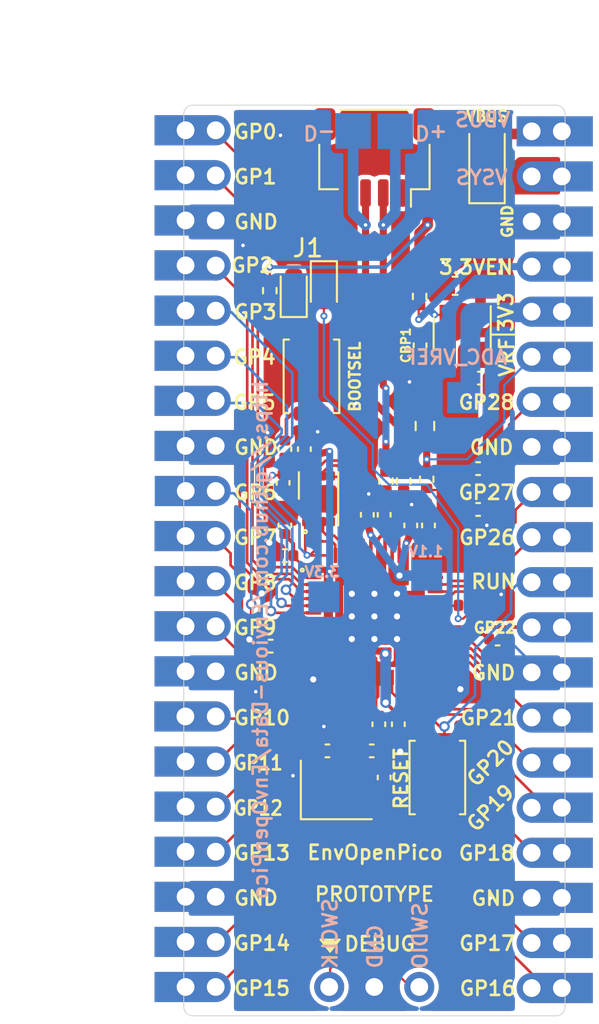
<source format=kicad_pcb>
(kicad_pcb (version 20171130) (host pcbnew "(5.1.10)-1")
  (title_block (title "Env Open Pico") (date 2021-09-14) (rev REV1) (company Envious.Design))
  (layers (0 F.Cu signal) (31 B.Cu signal) (34 B.Paste user) (35 F.Paste user) (36 B.SilkS user) (37 F.SilkS user) (38 B.Mask user) (39 F.Mask user) (44 Edge.Cuts user))
  (net 0 "")
  (net 1 GND)
  (net 2 VBUS)
  (net 3 +1V1)
  (net 4 /~USB_BOOT)
  (net 5 /GPIO15)
  (net 6 /GPIO14)
  (net 7 /GPIO13)
  (net 8 /GPIO12)
  (net 9 /GPIO11)
  (net 10 /GPIO10)
  (net 11 /GPIO9)
  (net 12 /GPIO8)
  (net 13 /GPIO7)
  (net 14 /GPIO6)
  (net 15 /GPIO5)
  (net 16 /GPIO4)
  (net 17 /GPIO3)
  (net 18 /GPIO2)
  (net 19 /GPIO1)
  (net 20 /GPIO0)
  (net 21 /GPIO28_ADC2)
  (net 22 /GPIO27_ADC1)
  (net 23 /GPIO26_ADC0)
  (net 24 /GPIO25)
  (net 25 /GPIO22)
  (net 26 /GPIO21)
  (net 27 /GPIO20)
  (net 28 /GPIO19)
  (net 29 /GPIO18)
  (net 30 /GPIO17)
  (net 31 /GPIO16)
  (net 32 /RUN)
  (net 33 /SWD)
  (net 34 /SWCLK)
  (net 35 /QSPI_SS)
  (net 36 "Net-(R3-Pad2)")
  (net 37 "Net-(R4-Pad2)")
  (net 38 /QSPI_SD3)
  (net 39 /QSPI_SCLK)
  (net 40 /QSPI_SD0)
  (net 41 /QSPI_SD2)
  (net 42 /QSPI_SD1)
  (net 43 "Net-(D3-Pad2)")
  (net 44 3V3_EN)
  (net 45 USB_D+)
  (net 46 USB_D-)
  (net 47 /ADC_VREF)
  (net 48 VSYS)
  (net 49 +3V3)
  (net 50 XIN)
  (net 51 XOUT)
  (net 52 "Net-(C19-Pad2)")
  (net 53 "Net-(CBP1-Pad1)")
  (net 54 "Net-(PWRLED1-Pad2)")
  (module Connector_JST:JST_SH_SM04B-SRSS-TB_1x04-1MP_P1.00mm_Horizontal (layer F.Cu) (at 103.65 60.175 180)
    (fp_text reference J1 (at 3.75 -5.1) (layer F.SilkS))
    (fp_text value Conn_01x04)
    (pad MP smd roundrect (at 2.8 1.875 180) (size 1.2 1.8) (layers F.Cu F.Paste F.Mask) (roundrect_rratio 0.208333))
    (pad MP smd roundrect (at -2.8 1.875 180) (size 1.2 1.8) (layers F.Cu F.Paste F.Mask) (roundrect_rratio 0.208333))
    (pad 4 smd roundrect (at 1.5 -2 180) (size 0.6 1.55) (layers F.Cu F.Paste F.Mask) (net 1 GND))
    (pad 3 smd roundrect (at 0.5 -2 180) (size 0.6 1.55) (layers F.Cu F.Paste F.Mask) (net 46 USB_D-))
    (pad 2 smd roundrect (at -0.5 -2 180) (size 0.6 1.55) (layers F.Cu F.Paste F.Mask) (net 45 USB_D+))
    (pad 1 smd roundrect (at -1.5 -2 180) (size 0.6 1.55) (layers F.Cu F.Paste F.Mask) (net 2 VBUS))
  )
  (module TestPoint:TestPoint_Pad_D1.0mm (layer B.Cu) (at 108.625 73.7)
    (fp_text reference TP6)
    (fp_text value TestPoint)
    (pad 1 smd rect (at 0 0) (size 1.75 1.75) (layers B.Cu B.Mask) (net 49 +3V3))
  )
  (module Connector_PinHeader_2.54mm:PinHeader_1x03_P2.54mm_Vertical (layer F.Cu) (at 101.1 106.9 90)
    (fp_text reference J5)
    (fp_text value Conn_01x03_Male)
    (pad 1 thru_hole oval (at 0 0 90) (size 1.7 1.7) (drill 1) (layers *.Cu *.Mask) (net 34 /SWCLK))
    (pad 2 thru_hole roundrect (at 0 2.54 90) (size 1.7 1.7) (drill 1) (layers *.Cu *.Mask) (net 1 GND))
    (pad 3 thru_hole oval (at 0 5.08 90) (size 1.7 1.7) (drill 1) (layers *.Cu *.Mask) (net 33 /SWD))
  )
  (module TestPoint:TestPoint_Pad_D1.0mm (layer B.Cu) (at 106.6 83.7)
    (fp_text reference TP7)
    (fp_text value TestPoint)
    (pad 1 smd rect (at 0 0) (size 1.75 1.75) (layers B.Cu B.Mask) (net 3 +1V1))
  )
  (module TestPoint:TestPoint_Pad_D1.0mm (layer B.Cu) (at 100.8 84.925)
    (fp_text reference TP8)
    (fp_text value TestPoint)
    (pad 1 smd rect (at 0 0) (size 1.75 1.75) (layers B.Cu B.Mask) (net 49 +3V3))
  )
  (module TestPoint:TestPoint_Pad_D1.0mm (layer B.Cu) (at 102.45 58.675)
    (fp_text reference TP2)
    (fp_text value TestPoint)
    (pad 1 smd rect (at 0 0) (size 2 2) (layers B.Cu B.Mask) (net 46 USB_D-))
  )
  (module TestPoint:TestPoint_Pad_D1.0mm (layer B.Cu) (at 105.05 58.175)
    (fp_text reference TP1)
    (fp_text value TestPoint)
    (pad 1 smd rect (at -0.225 0.525) (size 2 2) (layers B.Cu B.Mask) (net 45 USB_D+))
  )
  (module Package_SON:SON-8-1EP_3x2mm_P0.5mm_EP1.4x1.6mm (layer F.Cu) (at 100.5 79.4 90)
    (fp_text reference FLASH1)
    (fp_text value W25Q16FWUXIE)
    (pad 1 smd roundrect (at -1.2875 -0.75 90) (size 0.525 0.35) (layers F.Cu F.Paste F.Mask) (net 35 /QSPI_SS))
    (pad 2 smd roundrect (at -1.2875 -0.25 90) (size 0.525 0.35) (layers F.Cu F.Paste F.Mask) (net 42 /QSPI_SD1))
    (pad 3 smd roundrect (at -1.2875 0.25 90) (size 0.525 0.35) (layers F.Cu F.Paste F.Mask) (net 41 /QSPI_SD2))
    (pad 4 smd roundrect (at -1.2875 0.75 90) (size 0.525 0.35) (layers F.Cu F.Paste F.Mask) (net 1 GND))
    (pad 5 smd roundrect (at 1.2875 0.75 90) (size 0.525 0.35) (layers F.Cu F.Paste F.Mask) (net 40 /QSPI_SD0))
    (pad 6 smd roundrect (at 1.2875 0.25 90) (size 0.525 0.35) (layers F.Cu F.Paste F.Mask) (net 39 /QSPI_SCLK))
    (pad 7 smd roundrect (at 1.2875 -0.25 90) (size 0.525 0.35) (layers F.Cu F.Paste F.Mask) (net 38 /QSPI_SD3))
    (pad 8 smd roundrect (at 1.2875 -0.75 90) (size 0.525 0.35) (layers F.Cu F.Paste F.Mask) (net 49 +3V3))
    (pad 9 smd rect (at 0 0 90) (size 0.5 1.6) (layers F.Cu F.Mask) (net 1 GND))
  )
  (module Button_Switch_SMD:SW_Push_SPST_NO_Alps_SKRK (layer F.Cu) (at 107.2 95.1 90)
    (fp_text reference RSW1)
    (fp_text value SKRKAEE020)
    (pad 1 smd roundrect (at -2.1 0 90) (size 0.8 2) (layers F.Cu F.Paste F.Mask) (net 1 GND))
    (pad 2 smd roundrect (at 2.1 0 90) (size 0.8 2) (layers F.Cu F.Paste F.Mask) (net 32 /RUN))
  )
  (module Connector_PinHeader_2.54mm:PinHeader_1x20_P2.54mm_Vertical (layer B.Cu) (at 112.5 58.7 180)
    (fp_text reference J4)
    (fp_text value "2.54mm header 01x20")
    (pad 10 thru_hole rect (at -1.72 -22.86 180) (size 3.5 1.7) (drill 1) (layers *.Cu *.Mask) (net 23 /GPIO26_ADC0))
    (pad 4 thru_hole rect (at -1.72 -7.62 180) (size 3.5 1.7) (drill 1) (layers *.Cu *.Mask) (net 44 3V3_EN))
    (pad 9 thru_hole rect (at -1.72 -20.32 180) (size 3.5 1.7) (drill 1) (layers *.Cu *.Mask) (net 22 /GPIO27_ADC1))
    (pad 1 thru_hole rect (at -1.72 0 180) (size 3.5 1.7) (drill 1) (layers *.Cu *.Mask) (net 2 VBUS))
    (pad 3 thru_hole rect (at -1.72 -5.08 180) (size 3.5 1.7) (drill 1) (layers *.Cu *.Mask) (net 1 GND))
    (pad 8 thru_hole rect (at -1.72 -17.78 180) (size 3.5 1.7) (drill 1) (layers *.Cu *.Mask) (net 1 GND))
    (pad 13 thru_hole rect (at -1.72 -30.48 180) (size 3.5 1.7) (drill 1) (layers *.Cu *.Mask) (net 1 GND))
    (pad 2 thru_hole rect (at -1.72 -2.54 180) (size 3.5 1.7) (drill 1) (layers *.Cu *.Mask) (net 48 VSYS))
    (pad 5 thru_hole rect (at -1.72 -10.16 180) (size 3.5 1.7) (drill 1) (layers *.Cu *.Mask) (net 49 +3V3))
    (pad 6 thru_hole rect (at -1.72 -12.7 180) (size 3.5 1.7) (drill 1) (layers *.Cu *.Mask) (net 47 /ADC_VREF))
    (pad 7 thru_hole rect (at -1.72 -15.24 180) (size 3.5 1.7) (drill 1) (layers *.Cu *.Mask) (net 21 /GPIO28_ADC2))
    (pad 11 thru_hole rect (at -1.72 -25.4 180) (size 3.5 1.7) (drill 1) (layers *.Cu *.Mask) (net 32 /RUN))
    (pad 14 thru_hole rect (at -1.72 -33.02 180) (size 3.5 1.7) (drill 1) (layers *.Cu *.Mask) (net 26 /GPIO21))
    (pad 12 thru_hole rect (at -1.72 -27.94 180) (size 3.5 1.7) (drill 1) (layers *.Cu *.Mask) (net 25 /GPIO22))
    (pad 20 thru_hole rect (at -1.72 -48.26 180) (size 3.5 1.7) (drill 1) (layers *.Cu *.Mask) (net 31 /GPIO16))
    (pad 15 thru_hole rect (at -1.72 -35.56 180) (size 3.5 1.7) (drill 1) (layers *.Cu *.Mask) (net 27 /GPIO20))
    (pad 19 thru_hole rect (at -1.72 -45.72 180) (size 3.5 1.7) (drill 1) (layers *.Cu *.Mask) (net 30 /GPIO17))
    (pad 16 thru_hole rect (at -1.72 -38.1 180) (size 3.5 1.7) (drill 1) (layers *.Cu *.Mask) (net 28 /GPIO19))
    (pad 18 thru_hole rect (at -1.72 -43.18 180) (size 3.5 1.7) (drill 1) (layers *.Cu *.Mask) (net 1 GND))
    (pad 17 thru_hole rect (at -1.72 -40.64 180) (size 3.5 1.7) (drill 1) (layers *.Cu *.Mask) (net 29 /GPIO18))
    (pad 1 thru_hole rect (at -0.02 0 180) (size 1.7 1.7) (drill 1) (layers *.Cu *.Mask) (net 2 VBUS))
    (pad 2 thru_hole oval (at -0.02 -2.54 180) (size 1.7 1.7) (drill 1) (layers *.Cu *.Mask) (net 48 VSYS))
    (pad 3 thru_hole rect (at -0.02 -5.08 180) (size 1.7 1.7) (drill 1) (layers *.Cu *.Mask) (net 1 GND))
    (pad 4 thru_hole oval (at -0.02 -7.62 180) (size 1.7 1.7) (drill 1) (layers *.Cu *.Mask) (net 44 3V3_EN))
    (pad 5 thru_hole oval (at -0.02 -10.16 180) (size 1.7 1.7) (drill 1) (layers *.Cu *.Mask) (net 49 +3V3))
    (pad 6 thru_hole oval (at -0.02 -12.7 180) (size 1.7 1.7) (drill 1) (layers *.Cu *.Mask) (net 47 /ADC_VREF))
    (pad 7 thru_hole oval (at -0.02 -15.24 180) (size 1.7 1.7) (drill 1) (layers *.Cu *.Mask) (net 21 /GPIO28_ADC2))
    (pad 8 thru_hole rect (at -0.02 -17.78 180) (size 1.7 1.7) (drill 1) (layers *.Cu *.Mask) (net 1 GND))
    (pad 9 thru_hole oval (at -0.02 -20.32 180) (size 1.7 1.7) (drill 1) (layers *.Cu *.Mask) (net 22 /GPIO27_ADC1))
    (pad 10 thru_hole oval (at -0.02 -22.86 180) (size 1.7 1.7) (drill 1) (layers *.Cu *.Mask) (net 23 /GPIO26_ADC0))
    (pad 11 thru_hole oval (at -0.02 -25.4 180) (size 1.7 1.7) (drill 1) (layers *.Cu *.Mask) (net 32 /RUN))
    (pad 12 thru_hole oval (at -0.02 -27.94 180) (size 1.7 1.7) (drill 1) (layers *.Cu *.Mask) (net 25 /GPIO22))
    (pad 13 thru_hole rect (at -0.02 -30.48 180) (size 1.7 1.7) (drill 1) (layers *.Cu *.Mask) (net 1 GND))
    (pad 14 thru_hole oval (at -0.02 -33.02 180) (size 1.7 1.7) (drill 1) (layers *.Cu *.Mask) (net 26 /GPIO21))
    (pad 15 thru_hole oval (at -0.02 -35.56 180) (size 1.7 1.7) (drill 1) (layers *.Cu *.Mask) (net 27 /GPIO20))
    (pad 16 thru_hole oval (at -0.02 -38.1 180) (size 1.7 1.7) (drill 1) (layers *.Cu *.Mask) (net 28 /GPIO19))
    (pad 17 thru_hole oval (at -0.02 -40.64 180) (size 1.7 1.7) (drill 1) (layers *.Cu *.Mask) (net 29 /GPIO18))
    (pad 18 thru_hole rect (at -0.02 -43.18 180) (size 1.7 1.7) (drill 1) (layers *.Cu *.Mask) (net 1 GND))
    (pad 19 thru_hole oval (at -0.02 -45.72 180) (size 1.7 1.7) (drill 1) (layers *.Cu *.Mask) (net 30 /GPIO17))
    (pad 20 thru_hole oval (at -0.02 -48.26 180) (size 1.7 1.7) (drill 1) (layers *.Cu *.Mask) (net 31 /GPIO16))
  )
  (module Connector_PinHeader_2.54mm:PinHeader_1x20_P2.54mm_Vertical (layer B.Cu) (at 94.7 106.9)
    (fp_text reference J3 hide)
    (fp_text value "2.54mm header 01x20")
    (pad 20 thru_hole rect (at -1.7 -48.26) (size 3.5 1.7) (drill 1) (layers *.Cu *.Mask) (net 20 /GPIO0))
    (pad 3 thru_hole rect (at -1.7 -5.08) (size 3.5 1.7) (drill 1) (layers *.Cu *.Mask) (net 1 GND))
    (pad 18 thru_hole rect (at -1.7 -43.18) (size 3.5 1.7) (drill 1) (layers *.Cu *.Mask) (net 1 GND))
    (pad 10 thru_hole rect (at -1.7 -22.86) (size 3.5 1.7) (drill 1) (layers *.Cu *.Mask) (net 12 /GPIO8))
    (pad 1 thru_hole rect (at -1.7 0) (size 3.5 1.7) (drill 1) (layers *.Cu *.Mask) (net 5 /GPIO15))
    (pad 13 thru_hole rect (at -1.7 -30.48) (size 3.5 1.7) (drill 1) (layers *.Cu *.Mask) (net 1 GND))
    (pad 11 thru_hole rect (at -1.7 -25.4) (size 3.5 1.7) (drill 1) (layers *.Cu *.Mask) (net 13 /GPIO7))
    (pad 5 thru_hole rect (at -1.7 -10.16) (size 3.5 1.7) (drill 1) (layers *.Cu *.Mask) (net 8 /GPIO12))
    (pad 7 thru_hole rect (at -1.71 -15.24) (size 3.5 1.7) (drill 1) (layers *.Cu *.Mask) (net 10 /GPIO10))
    (pad 17 thru_hole rect (at -1.7 -40.65) (size 3.5 1.7) (drill 1) (layers *.Cu *.Mask) (net 18 /GPIO2))
    (pad 19 thru_hole rect (at -1.7 -45.73) (size 3.5 1.7) (drill 1) (layers *.Cu *.Mask) (net 19 /GPIO1))
    (pad 16 thru_hole rect (at -1.7 -38.1) (size 3.5 1.7) (drill 1) (layers *.Cu *.Mask) (net 17 /GPIO3))
    (pad 12 thru_hole rect (at -1.69 -27.94) (size 3.5 1.7) (drill 1) (layers *.Cu *.Mask) (net 14 /GPIO6))
    (pad 15 thru_hole rect (at -1.7 -35.56) (size 3.5 1.7) (drill 1) (layers *.Cu *.Mask) (net 16 /GPIO4))
    (pad 9 thru_hole rect (at -1.7 -20.32) (size 3.5 1.7) (drill 1) (layers *.Cu *.Mask) (net 11 /GPIO9))
    (pad 8 thru_hole rect (at -1.7 -17.78) (size 3.5 1.7) (drill 1) (layers *.Cu *.Mask) (net 1 GND))
    (pad 6 thru_hole rect (at -1.7 -12.7) (size 3.5 1.7) (drill 1) (layers *.Cu *.Mask) (net 9 /GPIO11))
    (pad 4 thru_hole rect (at -1.7 -7.62) (size 3.5 1.7) (drill 1) (layers *.Cu *.Mask) (net 7 /GPIO13))
    (pad 14 thru_hole rect (at -1.7 -33.02) (size 3.5 1.7) (drill 1) (layers *.Cu *.Mask) (net 15 /GPIO5))
    (pad 2 thru_hole rect (at -1.7 -2.54) (size 3.5 1.7) (drill 1) (layers *.Cu *.Mask) (net 6 /GPIO14))
    (pad 1 thru_hole circle (at 0 0) (size 1.7 1.7) (drill 1) (layers *.Cu *.Mask) (net 5 /GPIO15))
    (pad 2 thru_hole oval (at 0 -2.54) (size 1.7 1.7) (drill 1) (layers *.Cu *.Mask) (net 6 /GPIO14))
    (pad 3 thru_hole rect (at 0 -5.08) (size 1.7 1.7) (drill 1) (layers *.Cu *.Mask) (net 1 GND))
    (pad 4 thru_hole oval (at 0 -7.62) (size 1.7 1.7) (drill 1) (layers *.Cu *.Mask) (net 7 /GPIO13))
    (pad 5 thru_hole oval (at 0 -10.16) (size 1.7 1.7) (drill 1) (layers *.Cu *.Mask) (net 8 /GPIO12))
    (pad 6 thru_hole oval (at 0 -12.7) (size 1.7 1.7) (drill 1) (layers *.Cu *.Mask) (net 9 /GPIO11))
    (pad 7 thru_hole oval (at 0 -15.24) (size 1.7 1.7) (drill 1) (layers *.Cu *.Mask) (net 10 /GPIO10))
    (pad 8 thru_hole rect (at 0 -17.78) (size 1.7 1.7) (drill 1) (layers *.Cu *.Mask) (net 1 GND))
    (pad 9 thru_hole oval (at 0 -20.32) (size 1.7 1.7) (drill 1) (layers *.Cu *.Mask) (net 11 /GPIO9))
    (pad 10 thru_hole oval (at 0 -22.86) (size 1.7 1.7) (drill 1) (layers *.Cu *.Mask) (net 12 /GPIO8))
    (pad 11 thru_hole oval (at 0 -25.4) (size 1.7 1.7) (drill 1) (layers *.Cu *.Mask) (net 13 /GPIO7))
    (pad 12 thru_hole oval (at 0 -27.94) (size 1.7 1.7) (drill 1) (layers *.Cu *.Mask) (net 14 /GPIO6))
    (pad 13 thru_hole rect (at 0 -30.48) (size 1.7 1.7) (drill 1) (layers *.Cu *.Mask) (net 1 GND))
    (pad 14 thru_hole oval (at 0 -33.02) (size 1.7 1.7) (drill 1) (layers *.Cu *.Mask) (net 15 /GPIO5))
    (pad 15 thru_hole oval (at 0 -35.56) (size 1.7 1.7) (drill 1) (layers *.Cu *.Mask) (net 16 /GPIO4))
    (pad 16 thru_hole oval (at 0 -38.1) (size 1.7 1.7) (drill 1) (layers *.Cu *.Mask) (net 17 /GPIO3))
    (pad 17 thru_hole oval (at 0 -40.64) (size 1.7 1.7) (drill 1) (layers *.Cu *.Mask) (net 18 /GPIO2))
    (pad 18 thru_hole rect (at 0 -43.18) (size 1.7 1.7) (drill 1) (layers *.Cu *.Mask) (net 1 GND))
    (pad 19 thru_hole oval (at 0 -45.72) (size 1.7 1.7) (drill 1) (layers *.Cu *.Mask) (net 19 /GPIO1))
    (pad 20 thru_hole oval (at 0 -48.26) (size 1.7 1.7) (drill 1) (layers *.Cu *.Mask) (net 20 /GPIO0))
  )
  (module Resistor_SMD:R_0402_1005Metric (layer F.Cu) (at 97.75 67.675 90)
    (fp_text reference R12)
    (fp_text value "5.1K 0402 Resistor")
    (pad 2 smd roundrect (at 0.51 0 90) (size 0.54 0.64) (layers F.Cu F.Paste F.Mask) (net 2 VBUS))
    (pad 1 smd roundrect (at -0.51 0 90) (size 0.54 0.64) (layers F.Cu F.Paste F.Mask) (net 54 "Net-(PWRLED1-Pad2)"))
  )
  (module LED_SMD:LED_0603_1608Metric (layer F.Cu) (at 99.1 67.675 90)
    (fp_text reference PWRLED1)
    (fp_text value LED_0603)
    (pad 2 smd roundrect (at 0.7875 0 90) (size 0.875 0.95) (layers F.Cu F.Paste F.Mask) (net 54 "Net-(PWRLED1-Pad2)"))
    (pad 1 smd roundrect (at -0.7875 0 90) (size 0.875 0.95) (layers F.Cu F.Paste F.Mask) (net 1 GND))
  )
  (module LED_SMD:LED_0603_1608Metric (layer F.Cu) (at 100.8 67.5 270)
    (fp_text reference D3)
    (fp_text value LED_0603)
    (pad 2 smd roundrect (at 0.7875 0 270) (size 0.875 0.95) (layers F.Cu F.Paste F.Mask) (net 43 "Net-(D3-Pad2)"))
    (pad 1 smd roundrect (at -0.7875 0 270) (size 0.875 0.95) (layers F.Cu F.Paste F.Mask) (net 1 GND))
  )
  (module Button_Switch_SMD:SW_Push_SPST_NO_Alps_SKRK (layer F.Cu) (at 100.1 72.5 90)
    (fp_text reference J2)
    (fp_text value SKRKAEE020)
    (pad 1 smd roundrect (at -2.1 0 90) (size 0.8 2) (layers F.Cu F.Paste F.Mask) (net 4 /~USB_BOOT))
    (pad 2 smd roundrect (at 2.1 0 90) (size 0.8 2) (layers F.Cu F.Paste F.Mask) (net 1 GND))
  )
  (module Resistor_SMD:R_0402_1005Metric (layer F.Cu) (at 105.3 78.4 270)
    (fp_text reference R4)
    (fp_text value "27 0402 Resistor")
    (pad 2 smd roundrect (at 0.51 0 270) (size 0.54 0.64) (layers F.Cu F.Paste F.Mask) (net 37 "Net-(R4-Pad2)"))
    (pad 1 smd roundrect (at -0.51 0 270) (size 0.54 0.64) (layers F.Cu F.Paste F.Mask) (net 46 USB_D-))
  )
  (module Resistor_SMD:R_0402_1005Metric (layer F.Cu) (at 104.3 78.4 270)
    (fp_text reference R3)
    (fp_text value "27 0402 Resistor")
    (pad 2 smd roundrect (at 0.51 0 270) (size 0.54 0.64) (layers F.Cu F.Paste F.Mask) (net 36 "Net-(R3-Pad2)"))
    (pad 1 smd roundrect (at -0.51 0 270) (size 0.54 0.64) (layers F.Cu F.Paste F.Mask) (net 45 USB_D+))
  )
  (module Capacitor_SMD:C_0402_1005Metric (layer F.Cu) (at 103.5 93.6)
    (fp_text reference R11)
    (fp_text value "1K 0402 Resistor")
    (pad 2 smd roundrect (at 0.48 0) (size 0.56 0.62) (layers F.Cu F.Paste F.Mask) (net 52 "Net-(C19-Pad2)"))
    (pad 1 smd roundrect (at -0.48 0) (size 0.56 0.62) (layers F.Cu F.Paste F.Mask) (net 51 XOUT))
  )
  (module Capacitor_SMD:C_0402_1005Metric (layer F.Cu) (at 104.2 95.1 90)
    (fp_text reference C19)
    (fp_text value "22pf 0402")
    (pad 1 smd roundrect (at -0.48 0 90) (size 0.56 0.62) (layers F.Cu F.Paste F.Mask) (net 1 GND))
    (pad 2 smd roundrect (at 0.48 0 90) (size 0.56 0.62) (layers F.Cu F.Paste F.Mask) (net 52 "Net-(C19-Pad2)"))
  )
  (module Capacitor_SMD:C_0402_1005Metric (layer F.Cu) (at 106.225 70.75 90)
    (fp_text reference CBP1)
    (fp_text value "10uf 0402")
    (pad 2 smd roundrect (at 0.48 0 90) (size 0.56 0.62) (layers F.Cu F.Paste F.Mask) (net 1 GND))
    (pad 1 smd roundrect (at -0.48 0 90) (size 0.56 0.62) (layers F.Cu F.Paste F.Mask) (net 53 "Net-(CBP1-Pad1)"))
  )
  (module Package_TO_SOT_SMD:SOT-23-5 (layer F.Cu) (at 108.6 70.1 270)
    (fp_text reference U1)
    (fp_text value TLV75533PDBVR)
    (pad 5 smd rect (at 1.1 -0.95 270) (size 1.06 0.65) (layers F.Cu F.Paste F.Mask) (net 49 +3V3))
    (pad 4 smd rect (at 1.1 0.95 270) (size 1.06 0.65) (layers F.Cu F.Paste F.Mask) (net 53 "Net-(CBP1-Pad1)"))
    (pad 3 smd rect (at -1.1 0.95 270) (size 1.06 0.65) (layers F.Cu F.Paste F.Mask) (net 44 3V3_EN))
    (pad 2 smd rect (at -1.1 0 270) (size 1.06 0.65) (layers F.Cu F.Paste F.Mask) (net 1 GND))
    (pad 1 smd rect (at -1.1 -0.95 270) (size 1.06 0.65) (layers F.Cu F.Paste F.Mask) (net 48 VSYS))
  )
  (module Capacitor_SMD:C_0402_1005Metric (layer F.Cu) (at 98.6 80.9 90)
    (fp_text reference C15)
    (fp_text value "100nf 0402")
    (pad 1 smd roundrect (at -0.48 0 90) (size 0.56 0.62) (layers F.Cu F.Paste F.Mask) (net 49 +3V3))
    (pad 2 smd roundrect (at 0.48 0 90) (size 0.56 0.62) (layers F.Cu F.Paste F.Mask) (net 1 GND))
  )
  (module Diode_SMD:D_SOD-123 (layer F.Cu) (at 110 60.5 90)
    (fp_text reference D1)
    (fp_text value 1N4002W)
    (pad 1 smd rect (at -1.65 0 90) (size 0.9 1.2) (layers F.Cu F.Paste F.Mask) (net 48 VSYS))
    (pad 2 smd rect (at 1.65 0 90) (size 0.9 1.2) (layers F.Cu F.Paste F.Mask) (net 2 VBUS))
  )
  (module Crystal:Crystal_SMD_3225-4Pin_3.2x2.5mm (layer F.Cu) (at 101.5 95.8)
    (fp_text reference Y1)
    (fp_text value 3225_4P)
    (pad 1 smd rect (at -1.1 0.85) (size 1.4 1.2) (layers F.Cu F.Paste F.Mask) (net 50 XIN))
    (pad 2 smd rect (at 1.1 0.85) (size 1.4 1.2) (layers F.Cu F.Paste F.Mask) (net 1 GND))
    (pad 3 smd rect (at 1.1 -0.85) (size 1.4 1.2) (layers F.Cu F.Paste F.Mask) (net 52 "Net-(C19-Pad2)"))
    (pad 4 smd rect (at -1.1 -0.85) (size 1.4 1.2) (layers F.Cu F.Paste F.Mask) (net 1 GND))
  )
  (module Capacitor_SMD:C_0402_1005Metric (layer F.Cu) (at 101 93.6)
    (fp_text reference C2)
    (fp_text value "22pf 0402")
    (pad 1 smd roundrect (at -0.48 0) (size 0.56 0.62) (layers F.Cu F.Paste F.Mask) (net 1 GND))
    (pad 2 smd roundrect (at 0.48 0) (size 0.56 0.62) (layers F.Cu F.Paste F.Mask) (net 50 XIN))
  )
  (module Capacitor_SMD:C_0402_1005Metric (layer F.Cu) (at 109.5 77.7)
    (fp_text reference C18)
    (fp_text value "100nf 0402")
    (pad 1 smd roundrect (at -0.48 0) (size 0.56 0.62) (layers F.Cu F.Paste F.Mask) (net 49 +3V3))
    (pad 2 smd roundrect (at 0.48 0) (size 0.56 0.62) (layers F.Cu F.Paste F.Mask) (net 1 GND))
  )
  (module Capacitor_SMD:C_0402_1005Metric (layer F.Cu) (at 109.5 80)
    (fp_text reference C16)
    (fp_text value "100nf 0402")
    (pad 1 smd roundrect (at -0.48 0) (size 0.56 0.62) (layers F.Cu F.Paste F.Mask) (net 49 +3V3))
    (pad 2 smd roundrect (at 0.48 0) (size 0.56 0.62) (layers F.Cu F.Paste F.Mask) (net 1 GND))
  )
  (module Capacitor_SMD:C_0402_1005Metric (layer F.Cu) (at 109.6 72.6)
    (fp_text reference C4)
    (fp_text value "10uf 0402")
    (pad 1 smd roundrect (at -0.48 0) (size 0.56 0.62) (layers F.Cu F.Paste F.Mask) (net 49 +3V3))
    (pad 2 smd roundrect (at 0.48 0) (size 0.56 0.62) (layers F.Cu F.Paste F.Mask) (net 1 GND))
  )
  (module Capacitor_SMD:C_0603_1608Metric (layer F.Cu) (at 108.2 67.4 180)
    (fp_text reference C1)
    (fp_text value "10uf 0603 6.3V")
    (pad 1 smd roundrect (at -0.775 0 180) (size 0.9 0.95) (layers F.Cu F.Paste F.Mask) (net 48 VSYS))
    (pad 2 smd roundrect (at 0.775 0 180) (size 0.9 0.95) (layers F.Cu F.Paste F.Mask) (net 1 GND))
  )
  (module Resistor_SMD:R_0402_1005Metric (layer F.Cu) (at 106.6 78.3 270)
    (fp_text reference R10)
    (fp_text value "1 0402")
    (pad 1 smd roundrect (at -0.51 0 270) (size 0.54 0.64) (layers F.Cu F.Paste F.Mask) (net 47 /ADC_VREF))
    (pad 2 smd roundrect (at 0.51 0 270) (size 0.54 0.64) (layers F.Cu F.Paste F.Mask) (net 49 +3V3))
  )
  (module Resistor_SMD:R_0603_1608Metric (layer F.Cu) (at 106.5 75.3 270)
    (fp_text reference R9)
    (fp_text value "200 0603")
    (pad 1 smd roundrect (at -0.825 0 270) (size 0.8 0.95) (layers F.Cu F.Paste F.Mask) (net 49 +3V3))
    (pad 2 smd roundrect (at 0.825 0 270) (size 0.8 0.95) (layers F.Cu F.Paste F.Mask) (net 47 /ADC_VREF))
  )
  (module Capacitor_SMD:C_0402_1005Metric (layer F.Cu) (at 98.5 78.5 90)
    (fp_text reference R2)
    (fp_text value "10K 0402")
    (pad 2 smd roundrect (at 0.48 0 90) (size 0.56 0.62) (layers F.Cu F.Paste F.Mask) (net 35 /QSPI_SS))
    (pad 1 smd roundrect (at -0.48 0 90) (size 0.56 0.62) (layers F.Cu F.Paste F.Mask) (net 49 +3V3))
  )
  (module Capacitor_SMD:C_0402_1005Metric (layer F.Cu) (at 99.7 76.6 90)
    (fp_text reference C5)
    (fp_text value "100nf 0402")
    (pad 1 smd roundrect (at -0.48 0 90) (size 0.56 0.62) (layers F.Cu F.Paste F.Mask) (net 49 +3V3))
    (pad 2 smd roundrect (at 0.48 0 90) (size 0.56 0.62) (layers F.Cu F.Paste F.Mask) (net 1 GND))
  )
  (module Resistor_SMD:R_0402_1005Metric (layer F.Cu) (at 106.2 68 90)
    (fp_text reference R7)
    (fp_text value "100K 0402 resistor")
    (pad 1 smd roundrect (at -0.51 0 90) (size 0.54 0.64) (layers F.Cu F.Paste F.Mask) (net 44 3V3_EN))
    (pad 2 smd roundrect (at 0.51 0 90) (size 0.54 0.64) (layers F.Cu F.Paste F.Mask) (net 2 VBUS))
  )
  (module Capacitor_SMD:C_0402_1005Metric (layer F.Cu) (at 104.2 80.3 90)
    (fp_text reference C8)
    (fp_text value "100nf 0402")
    (pad 2 smd roundrect (at 0.48 0 90) (size 0.56 0.62) (layers F.Cu F.Paste F.Mask) (net 1 GND))
    (pad 1 smd roundrect (at -0.48 0 90) (size 0.56 0.62) (layers F.Cu F.Paste F.Mask) (net 49 +3V3))
  )
  (module Capacitor_SMD:C_0402_1005Metric (layer F.Cu) (at 105.7 80.9 90)
    (fp_text reference C3)
    (fp_text value "1uf 0402")
    (pad 1 smd roundrect (at -0.48 0 90) (size 0.56 0.62) (layers F.Cu F.Paste F.Mask) (net 3 +1V1))
    (pad 2 smd roundrect (at 0.48 0 90) (size 0.56 0.62) (layers F.Cu F.Paste F.Mask) (net 1 GND))
  )
  (module Capacitor_SMD:C_0402_1005Metric (layer F.Cu) (at 103.25 80.3 90)
    (fp_text reference C7)
    (fp_text value "100nf 0402")
    (pad 1 smd roundrect (at -0.48 0 90) (size 0.56 0.62) (layers F.Cu F.Paste F.Mask) (net 3 +1V1))
    (pad 2 smd roundrect (at 0.48 0 90) (size 0.56 0.62) (layers F.Cu F.Paste F.Mask) (net 1 GND))
  )
  (module Capacitor_SMD:C_0402_1005Metric (layer F.Cu) (at 97.8 87.7 180)
    (fp_text reference C17)
    (fp_text value "10uf 0402")
    (pad 1 smd roundrect (at -0.48 0 180) (size 0.56 0.62) (layers F.Cu F.Paste F.Mask) (net 49 +3V3))
    (pad 2 smd roundrect (at 0.48 0 180) (size 0.56 0.62) (layers F.Cu F.Paste F.Mask) (net 1 GND))
  )
  (module Capacitor_SMD:C_0402_1005Metric (layer F.Cu) (at 106.7 80.9 90)
    (fp_text reference C10)
    (fp_text value "1uf 0402")
    (pad 1 smd roundrect (at -0.48 0 90) (size 0.56 0.62) (layers F.Cu F.Paste F.Mask) (net 49 +3V3))
    (pad 2 smd roundrect (at 0.48 0 90) (size 0.56 0.62) (layers F.Cu F.Paste F.Mask) (net 1 GND))
  )
  (module Capacitor_SMD:C_0402_1005Metric (layer F.Cu) (at 103.9 92.1 270)
    (fp_text reference C14)
    (fp_text value "100nf 0402")
    (pad 1 smd roundrect (at -0.48 0 270) (size 0.56 0.62) (layers F.Cu F.Paste F.Mask) (net 49 +3V3))
    (pad 2 smd roundrect (at 0.48 0 270) (size 0.56 0.62) (layers F.Cu F.Paste F.Mask) (net 1 GND))
  )
  (module Capacitor_SMD:C_0402_1005Metric (layer F.Cu) (at 110.6 87.3)
    (fp_text reference C13)
    (fp_text value "100nf 0402")
    (pad 1 smd roundrect (at -0.48 0) (size 0.56 0.62) (layers F.Cu F.Paste F.Mask) (net 49 +3V3))
    (pad 2 smd roundrect (at 0.48 0) (size 0.56 0.62) (layers F.Cu F.Paste F.Mask) (net 1 GND))
  )
  (module Capacitor_SMD:C_0402_1005Metric (layer F.Cu) (at 98.6 76.6 90)
    (fp_text reference R1)
    (fp_text value "1K 0402 Resistor")
    (pad 1 smd roundrect (at -0.48 0 90) (size 0.56 0.62) (layers F.Cu F.Paste F.Mask) (net 35 /QSPI_SS))
    (pad 2 smd roundrect (at 0.48 0 90) (size 0.56 0.62) (layers F.Cu F.Paste F.Mask) (net 4 /~USB_BOOT))
  )
  (module Capacitor_SMD:C_0402_1005Metric (layer F.Cu) (at 98.6 82.6 180)
    (fp_text reference C11)
    (fp_text value "100nf 0402")
    (pad 1 smd roundrect (at -0.48 0 180) (size 0.56 0.62) (layers F.Cu F.Paste F.Mask) (net 49 +3V3))
    (pad 2 smd roundrect (at 0.48 0 180) (size 0.56 0.62) (layers F.Cu F.Paste F.Mask) (net 1 GND))
  )
  (module Capacitor_SMD:C_0402_1005Metric (layer F.Cu) (at 105 92.1 270)
    (fp_text reference C6)
    (fp_text value "100nf 0402")
    (pad 1 smd roundrect (at -0.48 0 270) (size 0.56 0.62) (layers F.Cu F.Paste F.Mask) (net 3 +1V1))
    (pad 2 smd roundrect (at 0.48 0 270) (size 0.56 0.62) (layers F.Cu F.Paste F.Mask) (net 1 GND))
  )
  (module Resistor_SMD:R_0402_1005Metric (layer F.Cu) (at 108.9 85.4 180)
    (fp_text reference R8)
    (fp_text value "470 0402 Resistor")
    (pad 1 smd roundrect (at -0.51 0 180) (size 0.54 0.64) (layers F.Cu F.Paste F.Mask) (net 43 "Net-(D3-Pad2)"))
    (pad 2 smd roundrect (at 0.51 0 180) (size 0.54 0.64) (layers F.Cu F.Paste F.Mask) (net 24 /GPIO25))
  )
  (module RP2040_minimal:RP2040-QFN-56 (layer F.Cu) (at 103.65 86.025)
    (fp_text reference U3)
    (fp_text value RP2040)
    (pad 57 smd roundrect (at 0 0) (size 3.2 3.2) (layers F.Cu F.Mask) (roundrect_rratio 0.045) (net 1 GND))
    (pad 57 thru_hole circle (at -1.275 -1.275) (size 0.6 0.6) (drill 0.35) (layers *.Cu) (net 1 GND))
    (pad 57 thru_hole circle (at 0 -1.275) (size 0.6 0.6) (drill 0.35) (layers *.Cu) (net 1 GND))
    (pad 57 thru_hole circle (at 1.275 -1.275) (size 0.6 0.6) (drill 0.35) (layers *.Cu) (net 1 GND))
    (pad 57 thru_hole circle (at -1.275 0) (size 0.6 0.6) (drill 0.35) (layers *.Cu) (net 1 GND))
    (pad 57 thru_hole circle (at 0 0) (size 0.6 0.6) (drill 0.35) (layers *.Cu) (net 1 GND))
    (pad 57 thru_hole circle (at 1.275 0) (size 0.6 0.6) (drill 0.35) (layers *.Cu) (net 1 GND))
    (pad 57 thru_hole circle (at -1.275 1.275) (size 0.6 0.6) (drill 0.35) (layers *.Cu) (net 1 GND))
    (pad 57 thru_hole circle (at 0 1.275) (size 0.6 0.6) (drill 0.35) (layers *.Cu) (net 1 GND))
    (pad 57 thru_hole circle (at 1.275 1.275) (size 0.6 0.6) (drill 0.35) (layers *.Cu) (net 1 GND))
    (pad 1 smd roundrect (at -3.4375 -2.6) (size 0.875 0.2) (layers F.Cu F.Paste F.Mask) (net 49 +3V3))
    (pad 2 smd roundrect (at -3.4375 -2.2) (size 0.875 0.2) (layers F.Cu F.Paste F.Mask) (net 20 /GPIO0))
    (pad 3 smd roundrect (at -3.4375 -1.8) (size 0.875 0.2) (layers F.Cu F.Paste F.Mask) (net 19 /GPIO1))
    (pad 4 smd roundrect (at -3.4375 -1.4) (size 0.875 0.2) (layers F.Cu F.Paste F.Mask) (net 18 /GPIO2))
    (pad 5 smd roundrect (at -3.4375 -1) (size 0.875 0.2) (layers F.Cu F.Paste F.Mask) (net 17 /GPIO3))
    (pad 6 smd roundrect (at -3.4375 -0.6) (size 0.875 0.2) (layers F.Cu F.Paste F.Mask) (net 16 /GPIO4))
    (pad 7 smd roundrect (at -3.4375 -0.2) (size 0.875 0.2) (layers F.Cu F.Paste F.Mask) (net 15 /GPIO5))
    (pad 8 smd roundrect (at -3.4375 0.2) (size 0.875 0.2) (layers F.Cu F.Paste F.Mask) (net 14 /GPIO6))
    (pad 9 smd roundrect (at -3.4375 0.6) (size 0.875 0.2) (layers F.Cu F.Paste F.Mask) (net 13 /GPIO7))
    (pad 10 smd roundrect (at -3.4375 1) (size 0.875 0.2) (layers F.Cu F.Paste F.Mask) (net 49 +3V3))
    (pad 11 smd roundrect (at -3.4375 1.4) (size 0.875 0.2) (layers F.Cu F.Paste F.Mask) (net 12 /GPIO8))
    (pad 12 smd roundrect (at -3.4375 1.8) (size 0.875 0.2) (layers F.Cu F.Paste F.Mask) (net 11 /GPIO9))
    (pad 13 smd roundrect (at -3.4375 2.2) (size 0.875 0.2) (layers F.Cu F.Paste F.Mask) (net 10 /GPIO10))
    (pad 14 smd roundrect (at -3.4375 2.6) (size 0.875 0.2) (layers F.Cu F.Paste F.Mask) (net 9 /GPIO11))
    (pad 15 smd roundrect (at -2.6 3.4375) (size 0.2 0.875) (layers F.Cu F.Paste F.Mask) (net 8 /GPIO12))
    (pad 16 smd roundrect (at -2.2 3.4375) (size 0.2 0.875) (layers F.Cu F.Paste F.Mask) (net 7 /GPIO13))
    (pad 17 smd roundrect (at -1.8 3.4375) (size 0.2 0.875) (layers F.Cu F.Paste F.Mask) (net 6 /GPIO14))
    (pad 18 smd roundrect (at -1.4 3.4375) (size 0.2 0.875) (layers F.Cu F.Paste F.Mask) (net 5 /GPIO15))
    (pad 19 smd roundrect (at -1 3.4375) (size 0.2 0.875) (layers F.Cu F.Paste F.Mask) (net 1 GND))
    (pad 20 smd roundrect (at -0.6 3.4375) (size 0.2 0.875) (layers F.Cu F.Paste F.Mask) (net 50 XIN))
    (pad 21 smd roundrect (at -0.2 3.4375) (size 0.2 0.875) (layers F.Cu F.Paste F.Mask) (net 51 XOUT))
    (pad 22 smd roundrect (at 0.2 3.4375) (size 0.2 0.875) (layers F.Cu F.Paste F.Mask) (net 49 +3V3))
    (pad 23 smd roundrect (at 0.6 3.4375) (size 0.2 0.875) (layers F.Cu F.Paste F.Mask) (net 3 +1V1))
    (pad 24 smd roundrect (at 1 3.4375) (size 0.2 0.875) (layers F.Cu F.Paste F.Mask) (net 34 /SWCLK))
    (pad 25 smd roundrect (at 1.4 3.4375) (size 0.2 0.875) (layers F.Cu F.Paste F.Mask) (net 33 /SWD))
    (pad 26 smd roundrect (at 1.8 3.4375) (size 0.2 0.875) (layers F.Cu F.Paste F.Mask) (net 32 /RUN))
    (pad 27 smd roundrect (at 2.2 3.4375) (size 0.2 0.875) (layers F.Cu F.Paste F.Mask) (net 31 /GPIO16))
    (pad 28 smd roundrect (at 2.6 3.4375) (size 0.2 0.875) (layers F.Cu F.Paste F.Mask) (net 30 /GPIO17))
    (pad 29 smd roundrect (at 3.4375 2.6) (size 0.875 0.2) (layers F.Cu F.Paste F.Mask) (net 29 /GPIO18))
    (pad 30 smd roundrect (at 3.4375 2.2) (size 0.875 0.2) (layers F.Cu F.Paste F.Mask) (net 28 /GPIO19))
    (pad 31 smd roundrect (at 3.4375 1.8) (size 0.875 0.2) (layers F.Cu F.Paste F.Mask) (net 27 /GPIO20))
    (pad 32 smd roundrect (at 3.4375 1.4) (size 0.875 0.2) (layers F.Cu F.Paste F.Mask) (net 26 /GPIO21))
    (pad 33 smd roundrect (at 3.4375 1) (size 0.875 0.2) (layers F.Cu F.Paste F.Mask) (net 49 +3V3))
    (pad 34 smd roundrect (at 3.4375 0.6) (size 0.875 0.2) (layers F.Cu F.Paste F.Mask) (net 25 /GPIO22))
    (pad 35 smd roundrect (at 3.4375 0.2) (size 0.875 0.2) (layers F.Cu F.Paste F.Mask))
    (pad 36 smd roundrect (at 3.4375 -0.2) (size 0.875 0.2) (layers F.Cu F.Paste F.Mask))
    (pad 37 smd roundrect (at 3.4375 -0.6) (size 0.875 0.2) (layers F.Cu F.Paste F.Mask) (net 24 /GPIO25))
    (pad 38 smd roundrect (at 3.4375 -1) (size 0.875 0.2) (layers F.Cu F.Paste F.Mask) (net 23 /GPIO26_ADC0))
    (pad 39 smd roundrect (at 3.4375 -1.4) (size 0.875 0.2) (layers F.Cu F.Paste F.Mask) (net 22 /GPIO27_ADC1))
    (pad 40 smd roundrect (at 3.4375 -1.8) (size 0.875 0.2) (layers F.Cu F.Paste F.Mask) (net 21 /GPIO28_ADC2))
    (pad 41 smd roundrect (at 3.4375 -2.2) (size 0.875 0.2) (layers F.Cu F.Paste F.Mask))
    (pad 42 smd roundrect (at 3.4375 -2.6) (size 0.875 0.2) (layers F.Cu F.Paste F.Mask) (net 49 +3V3))
    (pad 43 smd roundrect (at 2.6 -3.4375) (size 0.2 0.875) (layers F.Cu F.Paste F.Mask) (net 49 +3V3))
    (pad 44 smd roundrect (at 2.2 -3.4375) (size 0.2 0.875) (layers F.Cu F.Paste F.Mask) (net 49 +3V3))
    (pad 45 smd roundrect (at 1.8 -3.4375) (size 0.2 0.875) (layers F.Cu F.Paste F.Mask) (net 3 +1V1))
    (pad 46 smd roundrect (at 1.4 -3.4375) (size 0.2 0.875) (layers F.Cu F.Paste F.Mask) (net 37 "Net-(R4-Pad2)"))
    (pad 47 smd roundrect (at 1 -3.4375) (size 0.2 0.875) (layers F.Cu F.Paste F.Mask) (net 36 "Net-(R3-Pad2)"))
    (pad 48 smd roundrect (at 0.6 -3.4375) (size 0.2 0.875) (layers F.Cu F.Paste F.Mask) (net 49 +3V3))
    (pad 49 smd roundrect (at 0.2 -3.4375) (size 0.2 0.875) (layers F.Cu F.Paste F.Mask) (net 49 +3V3))
    (pad 50 smd roundrect (at -0.2 -3.4375) (size 0.2 0.875) (layers F.Cu F.Paste F.Mask) (net 3 +1V1))
    (pad 51 smd roundrect (at -0.6 -3.4375) (size 0.2 0.875) (layers F.Cu F.Paste F.Mask) (net 38 /QSPI_SD3))
    (pad 52 smd roundrect (at -1 -3.4375) (size 0.2 0.875) (layers F.Cu F.Paste F.Mask) (net 39 /QSPI_SCLK))
    (pad 53 smd roundrect (at -1.4 -3.4375) (size 0.2 0.875) (layers F.Cu F.Paste F.Mask) (net 40 /QSPI_SD0))
    (pad 54 smd roundrect (at -1.8 -3.4375) (size 0.2 0.875) (layers F.Cu F.Paste F.Mask) (net 41 /QSPI_SD2))
    (pad 55 smd roundrect (at -2.2 -3.4375) (size 0.2 0.875) (layers F.Cu F.Paste F.Mask) (net 42 /QSPI_SD1))
    (pad 56 smd roundrect (at -2.6 -3.4375) (size 0.2 0.875) (layers F.Cu F.Paste F.Mask) (net 35 /QSPI_SS))
  )
  (gr_text RESET (at 105.15 95.175 90) (layer F.SilkS) (effects (font (size 0.75 0.75) (thickness 0.153))))
  (gr_line (start 110.3 70.15) (end 111.575 70.15) (layer F.SilkS) (width 0.12))
  (gr_text GND (at 111.15 63.775 90) (layer F.SilkS) (effects (font (size 0.6 0.6))))
  (gr_text VSYS (at 109.7 61.3) (layer B.SilkS) (effects (font (size 0.8 0.8) (thickness 0.153)) (justify mirror)))
  (gr_text VBUS (at 109.75 58.05) (layer B.SilkS) (effects (font (size 0.8 0.8) (thickness 0.153)) (justify mirror)))
  (gr_text VBUS (at 110 57.852) (layer F.SilkS) (effects (font (size 0.6 0.6))))
  (gr_text https://github.com/Envious-Data/EnvOpenPico (at 97.221 87.349 90) (layer B.SilkS) (effects (font (size 0.8 0.8) (thickness 0.153)) (justify mirror)))
  (gr_text GND (at 103.69 105.945 90) (layer B.SilkS) (effects (font (size 0.8 0.8) (thickness 0.153)) (justify right mirror)))
  (gr_text SWCLK (at 101.15 105.945 90) (layer B.SilkS) (effects (font (size 0.8 0.8) (thickness 0.153)) (justify right mirror)))
  (gr_text SWDIO (at 106.225 105.95 90) (layer B.SilkS) (effects (font (size 0.8 0.8) (thickness 0.153)) (justify right mirror)))
  (gr_text VRF (at 111.12 71.425 90) (layer F.SilkS) (effects (font (size 0.8 0.8) (thickness 0.153))))
  (gr_text CBP1 (at 105.425 70.75 90) (layer F.SilkS) (effects (font (size 0.5 0.5) (thickness 0.125))))
  (gr_text 1.1V (at 106.55 82.375) (layer B.SilkS) (effects (font (size 0.6 0.6) (thickness 0.14)) (justify mirror)))
  (gr_text 3.3V (at 100.7 83.525) (layer B.SilkS) (effects (font (size 0.6 0.6) (thickness 0.14)) (justify mirror)))
  (gr_text BOOTSEL (at 102.55 72.525 90) (layer F.SilkS) (effects (font (size 0.6 0.6) (thickness 0.145))))
  (gr_text D- (at 100.55 58.775 180) (layer B.SilkS) (effects (font (size 0.8 0.8) (thickness 0.153)) (justify mirror)))
  (gr_text D+ (at 106.85 58.775 180) (layer B.SilkS) (effects (font (size 0.8 0.8) (thickness 0.153)) (justify mirror)))
  (gr_text GND (at 110.26 76.5036) (layer F.SilkS) (effects (font (size 0.8 0.8) (thickness 0.153))))
  (gr_text GND (at 110.3626 89.2036) (layer F.SilkS) (effects (font (size 0.8 0.8) (thickness 0.153))))
  (gr_text GP16 (at 110.0324 106.9836) (layer F.SilkS) (effects (font (size 0.8 0.8) (thickness 0.153))))
  (gr_text GP17 (at 110.007 104.4436) (layer F.SilkS) (effects (font (size 0.8 0.8) (thickness 0.153))))
  (gr_text GND (at 110.3626 101.9036) (layer F.SilkS) (effects (font (size 0.8 0.8) (thickness 0.153))))
  (gr_text GP18 (at 109.9816 99.3636) (layer F.SilkS) (effects (font (size 0.8 0.8) (thickness 0.153))))
  (gr_text GP19 (at 110.2 96.825 45) (layer F.SilkS) (effects (font (size 0.8 0.8) (thickness 0.153))))
  (gr_text GP20 (at 110.2 94.2836 45) (layer F.SilkS) (effects (font (size 0.8 0.8) (thickness 0.153))))
  (gr_text GP21 (at 110.0832 91.7436) (layer F.SilkS) (effects (font (size 0.8 0.8) (thickness 0.153))))
  (gr_text GP22 (at 110.44 86.665) (layer F.SilkS) (effects (font (size 0.6 0.6))))
  (gr_text RUN (at 110.3626 84.065) (layer F.SilkS) (effects (font (size 0.8 0.8) (thickness 0.153))))
  (gr_text GP26 (at 110 81.585) (layer F.SilkS) (effects (font (size 0.8 0.8) (thickness 0.153))))
  (gr_text GP27 (at 109.97 79.0436) (layer F.SilkS) (effects (font (size 0.8 0.8) (thickness 0.153))))
  (gr_text GP28 (at 109.97 73.965) (layer F.SilkS) (effects (font (size 0.8 0.8) (thickness 0.153))))
  (gr_text ADC_VREF (at 108.225 71.425) (layer B.SilkS) (effects (font (size 0.8 0.8) (thickness 0.153)) (justify mirror)))
  (gr_text 3.3VEN (at 109.38 66.355) (layer F.SilkS) (effects (font (size 0.8 0.8) (thickness 0.153))))
  (gr_text 3V3 (at 111.07 68.885 90) (layer F.SilkS) (effects (font (size 0.8 0.8) (thickness 0.153))))
  (gr_text GND (at 96.978095 63.803946) (layer F.SilkS) (effects (font (size 0.8 0.8) (thickness 0.153))))
  (gr_text GND (at 96.978095 101.896041) (layer F.SilkS) (effects (font (size 0.8 0.8) (thickness 0.153))))
  (gr_text GND (at 96.978095 89.198676) (layer F.SilkS) (effects (font (size 0.8 0.8) (thickness 0.153))))
  (gr_text GND (at 96.978095 76.501311) (layer F.SilkS) (effects (font (size 0.8 0.8) (thickness 0.153))))
  (gr_text GP15 (at 97.320953 106.975) (layer F.SilkS) (effects (font (size 0.8 0.8) (thickness 0.153))))
  (gr_text GP14 (at 97.320953 104.435514) (layer F.SilkS) (effects (font (size 0.8 0.8) (thickness 0.153))))
  (gr_text GP13 (at 97.320953 99.356568) (layer F.SilkS) (effects (font (size 0.8 0.8) (thickness 0.153))))
  (gr_text GP12 (at 97.1 96.825) (layer F.SilkS) (effects (font (size 0.8 0.7))))
  (gr_text GP11 (at 97.1 94.277622) (layer F.SilkS) (effects (font (size 0.8 0.7) (thickness 0.153))))
  (gr_text GP10 (at 97.320953 91.738149) (layer F.SilkS) (effects (font (size 0.8 0.8) (thickness 0.153))))
  (gr_text GP9 (at 96.94 86.659203) (layer F.SilkS) (effects (font (size 0.8 0.8) (thickness 0.153))))
  (gr_text GP8 (at 96.94 84.11973) (layer F.SilkS) (effects (font (size 0.8 0.8) (thickness 0.153))))
  (gr_text GP7 (at 96.94 81.580257) (layer F.SilkS) (effects (font (size 0.8 0.8) (thickness 0.153))))
  (gr_text GP6 (at 96.94 79.040784) (layer F.SilkS) (effects (font (size 0.8 0.8) (thickness 0.153))))
  (gr_text GP5 (at 96.89 73.975) (layer F.SilkS) (effects (font (size 0.8 0.8) (thickness 0.153))))
  (gr_text GP4 (at 96.89 71.422365) (layer F.SilkS) (effects (font (size 0.8 0.8) (thickness 0.153))))
  (gr_text GP3 (at 96.94 68.882892) (layer F.SilkS) (effects (font (size 0.8 0.8) (thickness 0.153))))
  (gr_text GP2 (at 96.76 66.25) (layer F.SilkS) (effects (font (size 0.8 0.8) (thickness 0.153))))
  (gr_text GP1 (at 96.94 61.264473) (layer F.SilkS) (effects (font (size 0.8 0.8) (thickness 0.153))))
  (gr_text GP0 (at 96.94 58.725) (layer F.SilkS) (effects (font (size 0.8 0.8) (thickness 0.153))))
  (gr_circle (center 99.75 81.25) (end 99.78 81.26) (layer F.SilkS) (width 0.12))
  (gr_circle (center 99.58 83.415) (end 99.6 83.415) (layer F.SilkS) (width 0.12))
  (gr_text PROTOTYPE (at 103.65 101.675) (layer F.SilkS) (effects (font (size 0.8 0.8) (thickness 0.145))))
  (gr_poly (pts (xy 101.15 104.925) (xy 100.6 104.225) (xy 101.7 104.225)) (layer F.SilkS) (width 0.1))
  (gr_text DEBUG (at 103.95 104.475) (layer F.SilkS) (effects (font (size 0.8 0.8) (thickness 0.153))))
  (gr_arc (start 113.9 108.025) (end 113.9 108.525) (angle -90) (layer Edge.Cuts) (width 0.05))
  (gr_arc (start 93.4 108.025) (end 92.9 108.025) (angle -90) (layer Edge.Cuts) (width 0.05))
  (gr_arc (start 93.4 57.725) (end 93.4 57.225) (angle -90) (layer Edge.Cuts) (width 0.05))
  (gr_arc (start 113.9 57.725) (end 114.4 57.725) (angle -90) (layer Edge.Cuts) (width 0.05))
  (gr_text EnvOpenPico (at 103.69 99.325) (layer F.SilkS) (effects (font (size 0.8 0.8) (thickness 0.153))))
  (gr_line (start 114.4 108.025) (end 114.4 57.725) (layer Edge.Cuts) (width 0.05))
  (gr_line (start 93.4 57.225) (end 113.9 57.225) (layer Edge.Cuts) (width 0.05))
  (gr_line (start 92.9 108.025) (end 92.9 57.725) (layer Edge.Cuts) (width 0.05))
  (gr_line (start 93.4 108.525) (end 113.9 108.525) (layer Edge.Cuts) (width 0.05))
  (via (at 103.33 79.125) (size 0.4) (drill 0.2) (layers F.Cu B.Cu) (net 1))
  (via (at 99.057 95) (size 0.4) (drill 0.2) (layers F.Cu B.Cu) (net 1))
  (via (at 100.45 75.625) (size 0.4) (drill 0.2) (layers F.Cu B.Cu) (net 1))
  (segment (start 105.2 92.455) (end 105.2 92.700002) (width 0.15) (layer F.Cu) (net 1))
  (via (at 108.5 90.125) (size 0.6) (drill 0.35) (layers F.Cu B.Cu) (net 1))
  (segment (start 112.59 89.205) (end 112.568 89.205) (width 0.15) (layer F.Cu) (net 1))
  (segment (start 112.59 89.205) (end 112.244 89.205) (width 0.15) (layer B.Cu) (net 1))
  (segment (start 112.244 89.205) (end 110.628 90.821) (width 0.15) (layer B.Cu) (net 1))
  (segment (start 112.59 88.719) (end 111.39 87.519) (width 0.15) (layer B.Cu) (net 1))
  (segment (start 112.59 89.205) (end 112.59 88.719) (width 0.15) (layer B.Cu) (net 1))
  (via (at 96.6 87.325) (size 0.6) (drill 0.35) (layers F.Cu B.Cu) (net 1))
  (via (at 97.291928 84.725) (size 0.6) (drill 0.35) (layers F.Cu B.Cu) (net 1))
  (via (at 105.10304 93.63984) (size 0.6) (drill 0.35) (layers F.Cu B.Cu) (net 1))
  (via (at 100.2 89.575) (size 0.6) (drill 0.35) (layers F.Cu B.Cu) (net 1))
  (via (at 97.725 81.875) (size 0.6) (drill 0.35) (layers F.Cu B.Cu) (net 1))
  (segment (start 98.12 82.65) (end 98.12 82.27) (width 0.15) (layer F.Cu) (net 1))
  (segment (start 98.12 82.27) (end 97.725 81.875) (width 0.15) (layer F.Cu) (net 1))
  (via (at 109.99 80.895) (size 0.4) (drill 0.2) (layers F.Cu B.Cu) (net 1))
  (segment (start 103.69 106.925) (end 103.69 105.8674) (width 0.15) (layer F.Cu) (net 1))
  (segment (start 105.7355 80.43444) (end 105.73296 80.43698) (width 0.15) (layer F.Cu) (net 1))
  (segment (start 106.7261 80.43444) (end 105.7355 80.43444) (width 0.15) (layer F.Cu) (net 1))
  (segment (start 97 87.725) (end 96.6 87.325) (width 0.15) (layer F.Cu) (net 1))
  (segment (start 97.41 87.725) (end 97 87.725) (width 0.15) (layer F.Cu) (net 1))
  (segment (start 111.9642 89.205) (end 112.55 89.205) (width 0.127) (layer F.Cu) (net 1))
  (segment (start 97.29 84.726928) (end 97.29 86.655) (width 0.15) (layer B.Cu) (net 1))
  (segment (start 97.291928 84.725) (end 97.29 84.726928) (width 0.15) (layer B.Cu) (net 1))
  (via (at 96.96 90.265) (size 0.4) (drill 0.2) (layers F.Cu B.Cu) (net 1))
  (via (at 96.24 65.125) (size 0.4) (drill 0.2) (layers F.Cu B.Cu) (net 1))
  (segment (start 95.9 89.205) (end 94.75 89.205) (width 0.127) (layer F.Cu) (net 1))
  (segment (start 96.96 90.265) (end 95.9 89.205) (width 0.127) (layer F.Cu) (net 1))
  (via (at 97.68 101.425) (size 0.4) (drill 0.2) (layers F.Cu B.Cu) (net 1))
  (segment (start 97.2 101.905) (end 94.75 101.905) (width 0.127) (layer B.Cu) (net 1))
  (segment (start 97.68 101.425) (end 97.2 101.905) (width 0.127) (layer B.Cu) (net 1))
  (via (at 110.19 101.905) (size 0.4) (drill 0.2) (layers F.Cu B.Cu) (net 1))
  (segment (start 110.19 101.905) (end 112.55 101.905) (width 0.127) (layer B.Cu) (net 1))
  (segment (start 110.1848 80.6946) (end 110.1848 79.2202) (width 0.127) (layer B.Cu) (net 1))
  (segment (start 110.1848 79.2202) (end 111.37 78.035) (width 0.127) (layer B.Cu) (net 1))
  (segment (start 111.37 77.685) (end 112.55 76.505) (width 0.127) (layer B.Cu) (net 1))
  (segment (start 111.37 78.035) (end 111.37 77.685) (width 0.127) (layer B.Cu) (net 1))
  (segment (start 94.85 63.705) (end 94.75 63.805) (width 0.127) (layer B.Cu) (net 1))
  (segment (start 99.28 63.705) (end 94.85 63.705) (width 0.127) (layer B.Cu) (net 1))
  (via (at 110.31 73.665) (size 0.4) (drill 0.2) (layers F.Cu B.Cu) (net 1))
  (segment (start 108.855 70.05) (end 110.175 70.05) (width 0.5) (layer F.Cu) (net 1))
  (via (at 105.75 79.725) (size 0.4) (drill 0.2) (layers F.Cu B.Cu) (net 1))
  (segment (start 95.49 76.505) (end 94.75 76.505) (width 0.2) (layer F.Cu) (net 1))
  (segment (start 96.05 77.065) (end 95.49 76.505) (width 0.2) (layer F.Cu) (net 1))
  (segment (start 95.83 76.505) (end 94.75 76.505) (width 0.15) (layer F.Cu) (net 1))
  (segment (start 96.05 76.725) (end 95.83 76.505) (width 0.15) (layer F.Cu) (net 1))
  (segment (start 96.05 83.058808) (end 96.05 76.725) (width 0.15) (layer F.Cu) (net 1))
  (segment (start 97.291928 84.300736) (end 96.05 83.058808) (width 0.15) (layer F.Cu) (net 1))
  (segment (start 97.291928 84.725) (end 97.291928 84.300736) (width 0.15) (layer F.Cu) (net 1))
  (segment (start 108.68 69.035) (end 108.68 68.62) (width 0.127) (layer F.Cu) (net 1))
  (via (at 100.8 92.225) (size 0.4) (drill 0.2) (layers F.Cu B.Cu) (net 1))
  (segment (start 102.64 89.4625) (end 102.64 90.31) (width 0.127) (layer F.Cu) (net 1))
  (segment (start 100.8 92.15) (end 100.8 92.225) (width 0.127) (layer F.Cu) (net 1))
  (segment (start 102.64 90.31) (end 100.8 92.15) (width 0.127) (layer F.Cu) (net 1))
  (via (at 110.8 84.785) (size 0.4) (drill 0.2) (layers F.Cu B.Cu) (net 1))
  (via (at 97.625 75.675) (size 0.4) (drill 0.2) (layers F.Cu B.Cu) (net 1))
  (segment (start 94.75 76.505) (end 96.795 76.505) (width 0.127) (layer B.Cu) (net 1))
  (segment (start 96.795 76.505) (end 97.575 75.725) (width 0.127) (layer B.Cu) (net 1))
  (segment (start 101.04886 79.44886) (end 100.50056 79.44886) (width 0.127) (layer F.Cu) (net 1))
  (segment (start 101.16686 79.44886) (end 100.50056 79.44886) (width 0.2) (layer F.Cu) (net 1))
  (segment (start 101.25056 79.53256) (end 101.16686 79.44886) (width 0.2) (layer F.Cu) (net 1))
  (segment (start 101.25056 80.73636) (end 101.25056 79.53256) (width 0.2) (layer F.Cu) (net 1))
  (segment (start 97.475 79.36) (end 98.61 80.495) (width 0.15) (layer F.Cu) (net 1))
  (segment (start 97.475 75.825) (end 97.475 79.36) (width 0.15) (layer F.Cu) (net 1))
  (segment (start 97.575 75.725) (end 97.475 75.825) (width 0.15) (layer F.Cu) (net 1))
  (via (at 98.35 58.925) (size 0.4) (drill 0.2) (layers F.Cu B.Cu) (net 1))
  (via (at 107.53 66.085) (size 0.4) (drill 0.2) (layers F.Cu B.Cu) (net 1))
  (via (at 105.63 72.815) (size 0.4) (drill 0.2) (layers F.Cu B.Cu) (net 1))
  (via (at 102.596 74.035) (size 0.4) (drill 0.2) (layers F.Cu B.Cu) (net 1))
  (segment (start 112.59 58.725) (end 112.59 59.435) (width 0.15) (layer F.Cu) (net 2))
  (segment (start 112.53 59.035) (end 112.53 58.725) (width 0.4) (layer F.Cu) (net 2))
  (segment (start 106.25 67.505) (end 106.25 67.025) (width 0.127) (layer F.Cu) (net 2))
  (segment (start 106.1 67.355) (end 106.25 67.505) (width 0.4) (layer F.Cu) (net 2))
  (segment (start 97.75 67.165) (end 97.75 66.345) (width 0.127) (layer F.Cu) (net 2))
  (segment (start 113.59799 58.85) (end 113.74799 58.7) (width 1) (layer F.Cu) (net 2))
  (via (at 97.75 66.345) (size 0.4) (drill 0.2) (layers F.Cu B.Cu) (net 2))
  (segment (start 104.28 66.345) (end 106.65 63.975) (width 0.2) (layer B.Cu) (net 2))
  (segment (start 97.75 66.345) (end 104.28 66.345) (width 0.2) (layer B.Cu) (net 2))
  (segment (start 106.65 63.975) (end 106.65 63.975) (width 0.6) (layer F.Cu) (net 2))
  (via (at 106.65 63.975) (size 0.4) (drill 0.2) (layers F.Cu B.Cu) (net 2))
  (segment (start 106.2 64.425) (end 106.65 63.975) (width 0.6) (layer F.Cu) (net 2))
  (segment (start 106.2 67.49) (end 106.2 64.425) (width 0.6) (layer F.Cu) (net 2))
  (segment (start 106.65 63.975) (end 106.65 61.275) (width 0.6) (layer F.Cu) (net 2))
  (segment (start 105.75 62.175) (end 106.65 61.275) (width 0.6) (layer F.Cu) (net 2))
  (segment (start 105.15 62.175) (end 105.75 62.175) (width 0.6) (layer F.Cu) (net 2))
  (segment (start 106.65 61.275) (end 109.075 58.85) (width 0.6) (layer F.Cu) (net 2))
  (segment (start 113.94799 58.85) (end 113.94799 58.7) (width 0.6) (layer F.Cu) (net 2))
  (segment (start 109.075 58.85) (end 113.94799 58.85) (width 0.6) (layer F.Cu) (net 2))
  (via (at 105.065 83.725) (size 0.6) (drill 0.35) (layers F.Cu B.Cu) (net 3))
  (via (at 104.27 88.125) (size 0.6) (drill 0.35) (layers F.Cu B.Cu) (net 3))
  (via (at 104.284269 90.880277) (size 0.6) (drill 0.35) (layers F.Cu B.Cu) (net 3))
  (segment (start 105 91.695) (end 105 91.596008) (width 0.15) (layer F.Cu) (net 3))
  (segment (start 105 91.596008) (end 104.284269 90.880277) (width 0.2) (layer F.Cu) (net 3))
  (segment (start 104.29 90.874546) (end 104.284269 90.880277) (width 0.15) (layer F.Cu) (net 3))
  (segment (start 104.24 90.824546) (end 104.29 90.874546) (width 0.2) (layer F.Cu) (net 3))
  (segment (start 104.24 89.4625) (end 104.24 90.824546) (width 0.2) (layer F.Cu) (net 3))
  (segment (start 106.19 83.725) (end 105.065 83.725) (width 0.6) (layer B.Cu) (net 3))
  (segment (start 104.24 88.1) (end 104.24 90.836008) (width 0.4) (layer B.Cu) (net 3))
  (segment (start 104.24 90.836008) (end 104.284269 90.880277) (width 0.15) (layer B.Cu) (net 3))
  (segment (start 104.34 88) (end 104.24 88.1) (width 0.15) (layer B.Cu) (net 3))
  (via (at 103.44 81.44) (size 0.4) (drill 0.2) (layers F.Cu B.Cu) (net 3))
  (segment (start 103.44 81.44) (end 103.25 80.78) (width 0.4) (layer F.Cu) (net 3))
  (segment (start 104.284269 88.139269) (end 104.27 88.125) (width 0.6) (layer B.Cu) (net 3))
  (segment (start 104.284269 90.880277) (end 104.284269 88.139269) (width 0.6) (layer B.Cu) (net 3))
  (segment (start 105.065 83.725) (end 103.44 81.44) (width 0.4) (layer B.Cu) (net 3))
  (segment (start 103.45 81.45) (end 103.44 81.44) (width 0.2) (layer F.Cu) (net 3))
  (segment (start 103.45 82.5275) (end 103.45 81.45) (width 0.2) (layer F.Cu) (net 3))
  (via (at 105.45 81.9) (size 0.4) (drill 0.2) (layers F.Cu B.Cu) (net 3))
  (segment (start 105.065 83.725) (end 105.45 81.9) (width 0.4) (layer B.Cu) (net 3))
  (segment (start 105.45 82.5875) (end 105.45 81.9) (width 0.2) (layer F.Cu) (net 3))
  (segment (start 105.45 81.9) (end 105.7 81.38) (width 0.4) (layer F.Cu) (net 3))
  (segment (start 98.98 74.625) (end 100.19 74.625) (width 0.2) (layer F.Cu) (net 4))
  (segment (start 98.687 74.918) (end 98.98 74.625) (width 0.2) (layer F.Cu) (net 4))
  (segment (start 98.687 76.1901) (end 98.687 74.918) (width 0.2) (layer F.Cu) (net 4))
  (segment (start 95.925 105.79) (end 94.69 107.025) (width 0.15) (layer F.Cu) (net 5))
  (segment (start 96.525019 96.302815) (end 96.525019 103.074259) (width 0.15) (layer F.Cu) (net 5))
  (segment (start 96.850028 95.977804) (end 96.525019 96.302815) (width 0.15) (layer F.Cu) (net 5))
  (segment (start 96.850028 93.873528) (end 96.850028 95.977804) (width 0.15) (layer F.Cu) (net 5))
  (segment (start 99.498536 91.22502) (end 96.850028 93.873528) (width 0.15) (layer F.Cu) (net 5))
  (segment (start 95.925 103.674278) (end 95.925 105.79) (width 0.15) (layer F.Cu) (net 5))
  (segment (start 101.233484 91.22502) (end 99.498536 91.22502) (width 0.15) (layer F.Cu) (net 5))
  (segment (start 96.525019 103.074259) (end 95.925 103.674278) (width 0.15) (layer F.Cu) (net 5))
  (segment (start 102.24 90.218504) (end 101.233484 91.22502) (width 0.15) (layer F.Cu) (net 5))
  (segment (start 102.24 89.5125) (end 102.24 90.218504) (width 0.15) (layer F.Cu) (net 5))
  (segment (start 96.22501 96.178546) (end 96.22501 102.94999) (width 0.15) (layer F.Cu) (net 6))
  (segment (start 96.55002 93.749258) (end 96.550019 95.853537) (width 0.15) (layer F.Cu) (net 6))
  (segment (start 96.22501 102.94999) (end 94.69 104.485) (width 0.15) (layer F.Cu) (net 6))
  (segment (start 101.141742 90.92501) (end 99.374268 90.92501) (width 0.15) (layer F.Cu) (net 6))
  (segment (start 96.550019 95.853537) (end 96.22501 96.178546) (width 0.15) (layer F.Cu) (net 6))
  (segment (start 101.84 90.226752) (end 101.141742 90.92501) (width 0.15) (layer F.Cu) (net 6))
  (segment (start 99.374268 90.92501) (end 96.55002 93.749258) (width 0.15) (layer F.Cu) (net 6))
  (segment (start 101.84 89.5125) (end 101.84 90.226752) (width 0.15) (layer F.Cu) (net 6))
  (segment (start 101.05 90.625) (end 101.44 90.235) (width 0.15) (layer F.Cu) (net 7))
  (segment (start 101.44 90.235) (end 101.44 89.5125) (width 0.15) (layer F.Cu) (net 7))
  (segment (start 99.25 90.625) (end 101.05 90.625) (width 0.15) (layer F.Cu) (net 7))
  (segment (start 96.25001 93.62499) (end 99.25 90.625) (width 0.15) (layer F.Cu) (net 7))
  (segment (start 96.25001 95.729268) (end 96.25001 93.62499) (width 0.15) (layer F.Cu) (net 7))
  (segment (start 95.925 96.054278) (end 96.25001 95.729268) (width 0.15) (layer F.Cu) (net 7))
  (segment (start 95.925 98.17) (end 95.925 96.054278) (width 0.15) (layer F.Cu) (net 7))
  (segment (start 94.69 99.405) (end 95.925 98.17) (width 0.15) (layer F.Cu) (net 7))
  (segment (start 100.1775 90.325) (end 101.04 89.4625) (width 0.15) (layer F.Cu) (net 8))
  (segment (start 99.114278 90.325) (end 100.1775 90.325) (width 0.15) (layer F.Cu) (net 8))
  (segment (start 95.95 93.489278) (end 99.114278 90.325) (width 0.15) (layer F.Cu) (net 8))
  (segment (start 95.95 95.605) (end 95.95 93.489278) (width 0.15) (layer F.Cu) (net 8))
  (segment (start 94.69 96.865) (end 95.95 95.605) (width 0.15) (layer F.Cu) (net 8))
  (segment (start 100.2525 88.7625) (end 94.69 94.325) (width 0.15) (layer F.Cu) (net 9))
  (segment (start 100.2525 88.625) (end 100.2525 88.7625) (width 0.15) (layer F.Cu) (net 9))
  (segment (start 99.3 89.225) (end 96.74 91.785) (width 0.15) (layer F.Cu) (net 10))
  (segment (start 96.74 91.785) (end 94.69 91.785) (width 0.15) (layer F.Cu) (net 10))
  (segment (start 99.3 88.55) (end 99.3 89.225) (width 0.15) (layer F.Cu) (net 10))
  (segment (start 99.625 88.225) (end 99.3 88.55) (width 0.15) (layer F.Cu) (net 10))
  (segment (start 100.2525 88.225) (end 99.625 88.225) (width 0.15) (layer F.Cu) (net 10))
  (segment (start 96.71 88.725) (end 94.69 86.705) (width 0.15) (layer F.Cu) (net 11))
  (segment (start 98.692861 88.725) (end 96.71 88.725) (width 0.15) (layer F.Cu) (net 11))
  (segment (start 99.592861 87.825) (end 98.692861 88.725) (width 0.15) (layer F.Cu) (net 11))
  (segment (start 100.2525 87.825) (end 99.592861 87.825) (width 0.15) (layer F.Cu) (net 11))
  (segment (start 95.874988 85.349988) (end 94.69 84.165) (width 0.15) (layer F.Cu) (net 12))
  (segment (start 95.874988 87.46571) (end 95.874988 85.349988) (width 0.15) (layer F.Cu) (net 12))
  (segment (start 96.834278 88.425) (end 95.874988 87.46571) (width 0.15) (layer F.Cu) (net 12))
  (segment (start 98.56 88.425) (end 96.834278 88.425) (width 0.15) (layer F.Cu) (net 12))
  (segment (start 99.56 87.425) (end 98.56 88.425) (width 0.15) (layer F.Cu) (net 12))
  (segment (start 100.2525 87.425) (end 99.56 87.425) (width 0.15) (layer F.Cu) (net 12))
  (segment (start 95.539999 83.137833) (end 95.539999 82.474999) (width 0.15) (layer F.Cu) (net 13))
  (segment (start 95.539999 82.474999) (end 94.69 81.625) (width 0.15) (layer F.Cu) (net 13))
  (segment (start 96.174999 83.772833) (end 95.539999 83.137833) (width 0.15) (layer F.Cu) (net 13))
  (segment (start 96.174999 85.919999) (end 96.174999 83.772833) (width 0.15) (layer F.Cu) (net 13))
  (segment (start 96.88 86.625) (end 96.174999 85.919999) (width 0.15) (layer F.Cu) (net 13))
  (segment (start 100.2525 86.625) (end 96.88 86.625) (width 0.15) (layer F.Cu) (net 13))
  (segment (start 95.71 79.085) (end 96.7 80.075) (width 0.15) (layer B.Cu) (net 14))
  (segment (start 96.7 80.075) (end 96.7 85.335) (width 0.15) (layer B.Cu) (net 14))
  (segment (start 94.69 79.085) (end 95.71 79.085) (width 0.15) (layer B.Cu) (net 14))
  (via (at 96.7 85.335) (size 0.6) (drill 0.35) (layers F.Cu B.Cu) (net 14))
  (segment (start 96.7 86.020722) (end 96.7 85.335) (width 0.15) (layer F.Cu) (net 14))
  (segment (start 96.950783 86.271505) (end 96.7 86.020722) (width 0.15) (layer F.Cu) (net 14))
  (segment (start 100.205995 86.271505) (end 96.950783 86.271505) (width 0.15) (layer F.Cu) (net 14))
  (segment (start 100.2525 86.225) (end 100.205995 86.271505) (width 0.15) (layer F.Cu) (net 14))
  (segment (start 100.2525 85.825) (end 97.921945 85.825) (width 0.15) (layer F.Cu) (net 15))
  (via (at 97.816938 85.719993) (size 0.6) (drill 0.35) (layers F.Cu B.Cu) (net 15))
  (segment (start 97.921945 85.825) (end 97.816938 85.719993) (width 0.15) (layer F.Cu) (net 15))
  (segment (start 94.69 74.005) (end 96.945 74.005) (width 0.15) (layer B.Cu) (net 15))
  (segment (start 98.417178 81.192178) (end 98.417178 83.556541) (width 0.15) (layer B.Cu) (net 15))
  (segment (start 96.945 74.005) (end 98.417178 75.477178) (width 0.15) (layer B.Cu) (net 15))
  (segment (start 96.725 79.5) (end 98.417178 81.192178) (width 0.15) (layer B.Cu) (net 15))
  (segment (start 98.417178 75.477178) (end 98.417178 75.707822) (width 0.15) (layer B.Cu) (net 15))
  (segment (start 98.417178 75.707822) (end 96.725 77.4) (width 0.15) (layer B.Cu) (net 15))
  (segment (start 96.725 77.4) (end 96.725 79.5) (width 0.15) (layer B.Cu) (net 15))
  (segment (start 98.417178 83.556541) (end 97.816938 84.156781) (width 0.15) (layer B.Cu) (net 15))
  (segment (start 97.816938 84.156781) (end 97.816938 85.719993) (width 0.15) (layer B.Cu) (net 15))
  (segment (start 100.2525 85.425) (end 98.573859 85.425) (width 0.15) (layer F.Cu) (net 16))
  (segment (start 98.573859 85.425) (end 98.410926 85.262067) (width 0.15) (layer F.Cu) (net 16))
  (via (at 98.410926 85.262067) (size 0.6) (drill 0.35) (layers F.Cu B.Cu) (net 16))
  (segment (start 98.717189 81.100438) (end 97.00201 79.385259) (width 0.15) (layer B.Cu) (net 16))
  (segment (start 98.134999 84.262999) (end 98.717189 83.680809) (width 0.15) (layer B.Cu) (net 16))
  (segment (start 95.952081 71.425) (end 94.75 71.425) (width 0.15) (layer B.Cu) (net 16))
  (segment (start 98.410926 85.262067) (end 98.134999 84.98614) (width 0.15) (layer B.Cu) (net 16))
  (segment (start 98.717189 74.190108) (end 95.952081 71.425) (width 0.15) (layer B.Cu) (net 16))
  (segment (start 98.717189 75.799561) (end 98.717189 74.190108) (width 0.15) (layer B.Cu) (net 16))
  (segment (start 97.00201 79.385259) (end 97.00201 77.51474) (width 0.15) (layer B.Cu) (net 16))
  (segment (start 97.00201 77.51474) (end 98.717189 75.799561) (width 0.15) (layer B.Cu) (net 16))
  (segment (start 98.717189 83.680809) (end 98.717189 81.100438) (width 0.15) (layer B.Cu) (net 16))
  (segment (start 98.134999 84.98614) (end 98.134999 84.262999) (width 0.15) (layer B.Cu) (net 16))
  (segment (start 100.2525 85.025) (end 99.16 85.025) (width 0.15) (layer F.Cu) (net 17))
  (segment (start 99.16 85.025) (end 98.66 84.525) (width 0.15) (layer F.Cu) (net 17))
  (via (at 98.66 84.525) (size 0.6) (drill 0.35) (layers F.Cu B.Cu) (net 17))
  (segment (start 99.0172 84.1678) (end 98.66 84.525) (width 0.15) (layer B.Cu) (net 17))
  (segment (start 95.58 68.885) (end 99.0172 72.3222) (width 0.15) (layer B.Cu) (net 17))
  (segment (start 99.0172 81.008699) (end 99.0172 84.1678) (width 0.15) (layer B.Cu) (net 17))
  (segment (start 97.27902 79.270519) (end 99.0172 81.008699) (width 0.15) (layer B.Cu) (net 17))
  (segment (start 97.27902 77.62948) (end 97.27902 79.270519) (width 0.15) (layer B.Cu) (net 17))
  (segment (start 99.0172 75.8913) (end 97.27902 77.62948) (width 0.15) (layer B.Cu) (net 17))
  (segment (start 99.0172 72.3222) (end 99.0172 75.8913) (width 0.15) (layer B.Cu) (net 17))
  (segment (start 94.75 68.885) (end 95.58 68.885) (width 0.15) (layer B.Cu) (net 17))
  (segment (start 99.525722 84.625) (end 98.83072 83.929998) (width 0.15) (layer F.Cu) (net 18))
  (segment (start 100.2525 84.625) (end 99.525722 84.625) (width 0.15) (layer F.Cu) (net 18))
  (segment (start 98.83072 83.929998) (end 97.40572 83.929998) (width 0.15) (layer F.Cu) (net 18))
  (segment (start 97.40572 83.929998) (end 96.47497 82.999248) (width 0.15) (layer F.Cu) (net 18))
  (segment (start 96.47497 82.999248) (end 96.47497 68.16997) (width 0.15) (layer F.Cu) (net 18))
  (segment (start 96.47497 68.16997) (end 94.69 66.385) (width 0.15) (layer F.Cu) (net 18))
  (segment (start 96.77498 63.38998) (end 94.69 61.305) (width 0.15) (layer F.Cu) (net 19))
  (segment (start 96.774981 82.849259) (end 96.77498 63.38998) (width 0.15) (layer F.Cu) (net 19))
  (segment (start 97.555709 83.629987) (end 96.774981 82.849259) (width 0.15) (layer F.Cu) (net 19))
  (segment (start 98.954987 83.629987) (end 97.555709 83.629987) (width 0.15) (layer F.Cu) (net 19))
  (segment (start 99.55 84.225) (end 98.954987 83.629987) (width 0.15) (layer F.Cu) (net 19))
  (segment (start 100.2525 84.225) (end 99.55 84.225) (width 0.15) (layer F.Cu) (net 19))
  (segment (start 97.07499 61.14999) (end 94.69 58.765) (width 0.15) (layer F.Cu) (net 20))
  (segment (start 97.07499 82.72499) (end 97.07499 61.14999) (width 0.15) (layer F.Cu) (net 20))
  (segment (start 97.6 83.25) (end 97.07499 82.72499) (width 0.15) (layer F.Cu) (net 20))
  (segment (start 99.59 83.825) (end 99.015 83.25) (width 0.15) (layer F.Cu) (net 20))
  (segment (start 99.015 83.25) (end 97.6 83.25) (width 0.15) (layer F.Cu) (net 20))
  (segment (start 100.2525 83.825) (end 99.59 83.825) (width 0.15) (layer F.Cu) (net 20))
  (segment (start 107.1275 84.225) (end 107.751444 84.225) (width 0.15) (layer F.Cu) (net 21))
  (segment (start 107.751444 84.225) (end 107.951454 84.02499) (width 0.15) (layer F.Cu) (net 21))
  (segment (start 107.951454 84.02499) (end 109.225732 84.02499) (width 0.15) (layer F.Cu) (net 21))
  (segment (start 112.51 73.965) (end 112.53 73.965) (width 0.15) (layer F.Cu) (net 21))
  (segment (start 111.25 75.225) (end 112.51 73.965) (width 0.15) (layer F.Cu) (net 21))
  (segment (start 111.25 80.650722) (end 111.25 75.225) (width 0.15) (layer F.Cu) (net 21))
  (segment (start 109.225732 84.02499) (end 110.157861 83.092861) (width 0.15) (layer F.Cu) (net 21))
  (segment (start 110.157861 83.092861) (end 110.44999 82.800732) (width 0.15) (layer F.Cu) (net 21))
  (segment (start 110.97999 80.920732) (end 111.25 80.650722) (width 0.15) (layer F.Cu) (net 21))
  (segment (start 110.97999 82.270732) (end 110.97999 80.920732) (width 0.15) (layer F.Cu) (net 21))
  (segment (start 110.157861 83.092861) (end 110.97999 82.270732) (width 0.15) (layer F.Cu) (net 21))
  (segment (start 111.605 80.03) (end 112.59 79.045) (width 0.15) (layer F.Cu) (net 22))
  (segment (start 111.605 80.72) (end 111.605 80.03) (width 0.15) (layer F.Cu) (net 22))
  (segment (start 111.28 82.395) (end 111.28 81.045) (width 0.15) (layer F.Cu) (net 22))
  (segment (start 111.28 81.045) (end 111.605 80.72) (width 0.15) (layer F.Cu) (net 22))
  (segment (start 108.80002 84.325) (end 109.35 84.325) (width 0.15) (layer F.Cu) (net 22))
  (segment (start 109.35 84.325) (end 111.28 82.395) (width 0.15) (layer F.Cu) (net 22))
  (segment (start 108.80001 84.32499) (end 108.80002 84.325) (width 0.15) (layer F.Cu) (net 22))
  (segment (start 108.075732 84.32499) (end 108.80001 84.32499) (width 0.15) (layer F.Cu) (net 22))
  (segment (start 107.775722 84.625) (end 108.075732 84.32499) (width 0.15) (layer F.Cu) (net 22))
  (segment (start 107.1275 84.625) (end 107.775722 84.625) (width 0.15) (layer F.Cu) (net 22))
  (segment (start 107.1275 85.025) (end 107.8 85.025) (width 0.15) (layer F.Cu) (net 23))
  (segment (start 107.8 85.025) (end 108.2 84.625) (width 0.15) (layer F.Cu) (net 23))
  (segment (start 109.49 84.625) (end 112.53 81.585) (width 0.15) (layer F.Cu) (net 23))
  (segment (start 108.2 84.625) (end 109.49 84.625) (width 0.15) (layer F.Cu) (net 23))
  (segment (start 108.45 85.425) (end 107.1275 85.425) (width 0.15) (layer F.Cu) (net 24))
  (segment (start 112.55 86.625) (end 112.59 86.665) (width 0.15) (layer F.Cu) (net 25))
  (segment (start 108.806962 86.625) (end 112.55 86.625) (width 0.2) (layer F.Cu) (net 25))
  (segment (start 107.1275 86.625) (end 108.806962 86.625) (width 0.2) (layer F.Cu) (net 25))
  (segment (start 111 90.155) (end 112.59 91.745) (width 0.15) (layer F.Cu) (net 26))
  (segment (start 109.104998 87.425) (end 111 89.320002) (width 0.15) (layer F.Cu) (net 26))
  (segment (start 111 89.320002) (end 111 90.155) (width 0.15) (layer F.Cu) (net 26))
  (segment (start 107.1275 87.425) (end 109.104998 87.425) (width 0.15) (layer F.Cu) (net 26))
  (segment (start 109.08072 87.825) (end 107.1275 87.825) (width 0.15) (layer F.Cu) (net 27))
  (segment (start 110.69999 89.44427) (end 109.08072 87.825) (width 0.15) (layer F.Cu) (net 27))
  (segment (start 110.69999 90.279268) (end 110.69999 89.44427) (width 0.15) (layer F.Cu) (net 27))
  (segment (start 111.3 90.879278) (end 110.69999 90.279268) (width 0.15) (layer F.Cu) (net 27))
  (segment (start 111.3 92.995) (end 111.3 90.879278) (width 0.15) (layer F.Cu) (net 27))
  (segment (start 112.59 94.285) (end 111.3 92.995) (width 0.15) (layer F.Cu) (net 27))
  (segment (start 107.678406 88.225) (end 107.1275 88.225) (width 0.15) (layer F.Cu) (net 28))
  (segment (start 107.678426 88.22502) (end 107.678406 88.225) (width 0.15) (layer F.Cu) (net 28))
  (segment (start 109.056462 88.22502) (end 107.678426 88.22502) (width 0.15) (layer F.Cu) (net 28))
  (segment (start 110.39998 89.568538) (end 109.056462 88.22502) (width 0.15) (layer F.Cu) (net 28))
  (segment (start 110.399981 90.403537) (end 110.39998 89.568538) (width 0.15) (layer F.Cu) (net 28))
  (segment (start 110.99999 91.003546) (end 110.399981 90.403537) (width 0.15) (layer F.Cu) (net 28))
  (segment (start 110.99999 94.42499) (end 110.99999 91.003546) (width 0.15) (layer F.Cu) (net 28))
  (segment (start 112.59 96.015) (end 110.99999 94.42499) (width 0.15) (layer F.Cu) (net 28))
  (segment (start 112.59 96.825) (end 112.59 96.015) (width 0.15) (layer F.Cu) (net 28))
  (segment (start 107.1275 88.625) (end 109.032164 88.625) (width 0.15) (layer F.Cu) (net 29))
  (segment (start 110.099972 89.692808) (end 110.099972 90.527806) (width 0.15) (layer F.Cu) (net 29))
  (segment (start 109.032164 88.625) (end 110.099972 89.692808) (width 0.15) (layer F.Cu) (net 29))
  (segment (start 110.099972 90.527806) (end 110.69998 91.127814) (width 0.15) (layer F.Cu) (net 29))
  (segment (start 110.69998 91.127814) (end 110.699981 94.549259) (width 0.15) (layer F.Cu) (net 29))
  (segment (start 110.699981 94.549259) (end 111.3 95.149278) (width 0.15) (layer F.Cu) (net 29))
  (segment (start 111.3 98.075) (end 112.59 99.365) (width 0.15) (layer F.Cu) (net 29))
  (segment (start 111.3 95.149278) (end 111.3 98.075) (width 0.15) (layer F.Cu) (net 29))
  (segment (start 106.25 90.225) (end 106.25 89.5025) (width 0.15) (layer F.Cu) (net 30))
  (segment (start 107.277084 91.252084) (end 106.25 90.225) (width 0.15) (layer F.Cu) (net 30))
  (segment (start 109.327084 91.252084) (end 107.277084 91.252084) (width 0.15) (layer F.Cu) (net 30))
  (segment (start 110.399972 94.673526) (end 110.399972 92.324972) (width 0.15) (layer F.Cu) (net 30))
  (segment (start 110.99999 95.273546) (end 110.399972 94.673526) (width 0.15) (layer F.Cu) (net 30))
  (segment (start 110.99999 98.199268) (end 110.99999 95.273546) (width 0.15) (layer F.Cu) (net 30))
  (segment (start 111.3 98.499278) (end 110.99999 98.199268) (width 0.15) (layer F.Cu) (net 30))
  (segment (start 111.3 103.155) (end 111.3 98.499278) (width 0.15) (layer F.Cu) (net 30))
  (segment (start 110.399972 92.324972) (end 109.327084 91.252084) (width 0.15) (layer F.Cu) (net 30))
  (segment (start 112.59 104.445) (end 111.3 103.155) (width 0.15) (layer F.Cu) (net 30))
  (segment (start 105.85 90.349744) (end 105.85 89.5025) (width 0.15) (layer F.Cu) (net 31))
  (segment (start 110.99999 103.279268) (end 110.99999 98.623546) (width 0.15) (layer F.Cu) (net 31))
  (segment (start 110.099962 94.824962) (end 110.099962 92.44924) (width 0.15) (layer F.Cu) (net 31))
  (segment (start 110.099962 92.44924) (end 109.202816 91.552094) (width 0.15) (layer F.Cu) (net 31))
  (segment (start 112.59 106.215) (end 111.3 104.925) (width 0.15) (layer F.Cu) (net 31))
  (segment (start 109.202816 91.552094) (end 107.05235 91.552094) (width 0.15) (layer F.Cu) (net 31))
  (segment (start 107.05235 91.552094) (end 105.85 90.349744) (width 0.15) (layer F.Cu) (net 31))
  (segment (start 110.699981 98.323537) (end 110.69998 95.42498) (width 0.15) (layer F.Cu) (net 31))
  (segment (start 111.3 104.925) (end 111.3 103.579278) (width 0.15) (layer F.Cu) (net 31))
  (segment (start 112.59 106.985) (end 112.59 106.215) (width 0.15) (layer F.Cu) (net 31))
  (segment (start 110.99999 98.623546) (end 110.699981 98.323537) (width 0.15) (layer F.Cu) (net 31))
  (segment (start 110.69998 95.42498) (end 110.099962 94.824962) (width 0.15) (layer F.Cu) (net 31))
  (segment (start 111.3 103.579278) (end 110.99999 103.279268) (width 0.15) (layer F.Cu) (net 31))
  (segment (start 107.6 92.225) (end 107.7 92.225) (width 0.15) (layer F.Cu) (net 32))
  (via (at 107.6 92.225) (size 0.6) (drill 0.35) (layers F.Cu B.Cu) (net 32))
  (segment (start 107.65 92.275) (end 107.6 92.225) (width 0.2) (layer F.Cu) (net 32))
  (segment (start 107.45 92.375) (end 107.6 92.225) (width 0.127) (layer F.Cu) (net 32))
  (segment (start 105.44 90.331496) (end 107.333504 92.225) (width 0.15) (layer F.Cu) (net 32))
  (segment (start 107.333504 92.225) (end 107.6 92.225) (width 0.15) (layer F.Cu) (net 32))
  (segment (start 105.44 89.5125) (end 105.44 90.331496) (width 0.15) (layer F.Cu) (net 32))
  (segment (start 107.6 92.675) (end 107.2 93.075) (width 0.15) (layer F.Cu) (net 32))
  (segment (start 107.6 92.225) (end 107.6 92.675) (width 0.15) (layer F.Cu) (net 32))
  (segment (start 111.8 84.125) (end 112.59 84.125) (width 0.15) (layer B.Cu) (net 32))
  (segment (start 111.3532 84.5718) (end 111.8 84.125) (width 0.15) (layer B.Cu) (net 32))
  (segment (start 111.3532 85.8218) (end 111.3532 84.5718) (width 0.15) (layer B.Cu) (net 32))
  (segment (start 109.325 87.85) (end 111.3532 85.8218) (width 0.15) (layer B.Cu) (net 32))
  (segment (start 109.325 90.5) (end 109.325 87.85) (width 0.15) (layer B.Cu) (net 32))
  (segment (start 107.6 92.225) (end 109.325 90.5) (width 0.15) (layer B.Cu) (net 32))
  (segment (start 105.04 89.5125) (end 105.04 90.323248) (width 0.15) (layer F.Cu) (net 33))
  (segment (start 105.15401 95.030214) (end 105.15401 106.37901) (width 0.127) (layer F.Cu) (net 33))
  (segment (start 105.7 106.925) (end 106.23 106.925) (width 0.127) (layer F.Cu) (net 33))
  (segment (start 105.15401 106.37901) (end 105.7 106.925) (width 0.127) (layer F.Cu) (net 33))
  (segment (start 105.15401 95.030214) (end 105.96551 94.218714) (width 0.127) (layer F.Cu) (net 33))
  (segment (start 105.96551 91.248758) (end 105.770876 91.054124) (width 0.127) (layer F.Cu) (net 33))
  (segment (start 105.96551 94.218714) (end 105.96551 91.248758) (width 0.127) (layer F.Cu) (net 33))
  (segment (start 105.04 90.323248) (end 105.770876 91.054124) (width 0.15) (layer F.Cu) (net 33))
  (segment (start 104.64 90.315) (end 104.64 89.4625) (width 0.15) (layer F.Cu) (net 34))
  (segment (start 105.7 91.375) (end 104.64 90.315) (width 0.15) (layer F.Cu) (net 34))
  (segment (start 105.7 94.075) (end 105.7 91.375) (width 0.15) (layer F.Cu) (net 34))
  (segment (start 105.7 94.125) (end 105.7 94.075) (width 0.127) (layer F.Cu) (net 34))
  (segment (start 104.9 94.925) (end 105.7 94.125) (width 0.127) (layer F.Cu) (net 34))
  (segment (start 104.9 104.775) (end 104.9 94.925) (width 0.127) (layer F.Cu) (net 34))
  (segment (start 104.175 105.5) (end 104.9 104.775) (width 0.127) (layer F.Cu) (net 34))
  (segment (start 101.525 105.5) (end 104.175 105.5) (width 0.127) (layer F.Cu) (net 34))
  (segment (start 101.15 105.875) (end 101.525 105.5) (width 0.127) (layer F.Cu) (net 34))
  (segment (start 101.15 106.925) (end 101.15 105.875) (width 0.127) (layer F.Cu) (net 34))
  (segment (start 98.55 77.2871) (end 98.687 77.1501) (width 0.127) (layer F.Cu) (net 35))
  (segment (start 98.55 78.07) (end 98.55 77.2871) (width 0.127) (layer F.Cu) (net 35))
  (segment (start 98.545 78.075) (end 97.90201 78.075) (width 0.15) (layer F.Cu) (net 35))
  (via (at 97.90201 78.075) (size 0.4) (drill 0.2) (layers F.Cu B.Cu) (net 35))
  (segment (start 98.55 78.07) (end 98.545 78.075) (width 0.15) (layer F.Cu) (net 35))
  (segment (start 99.75056 82.475558) (end 99.85 82.574998) (width 0.15) (layer F.Cu) (net 35))
  (segment (start 99.862502 82.5875) (end 99.85 82.574998) (width 0.15) (layer F.Cu) (net 35))
  (segment (start 101.04 82.5875) (end 99.862502 82.5875) (width 0.15) (layer F.Cu) (net 35))
  (segment (start 100.025002 82.574998) (end 99.85 82.574998) (width 0.15) (layer F.Cu) (net 35))
  (segment (start 100.2375 82.3625) (end 100.025002 82.574998) (width 0.15) (layer F.Cu) (net 35))
  (segment (start 99.75056 80.73636) (end 99.75056 82.475558) (width 0.15) (layer F.Cu) (net 35))
  (via (at 99.85 82.574998) (size 0.4) (drill 0.2) (layers F.Cu B.Cu) (net 35))
  (segment (start 99.425 82.149998) (end 99.85 82.574998) (width 0.15) (layer B.Cu) (net 35))
  (segment (start 99.425 80.825) (end 99.425 82.149998) (width 0.15) (layer B.Cu) (net 35))
  (segment (start 97.65 79.05) (end 99.425 80.825) (width 0.15) (layer B.Cu) (net 35))
  (segment (start 97.65 78.32701) (end 97.65 79.05) (width 0.15) (layer B.Cu) (net 35))
  (segment (start 97.90201 78.075) (end 97.65 78.32701) (width 0.15) (layer B.Cu) (net 35))
  (segment (start 104.64 82.5375) (end 104.64 81.34) (width 0.15) (layer F.Cu) (net 36))
  (segment (start 104.64 81.34) (end 104.85 80.9) (width 0.15) (layer F.Cu) (net 36))
  (segment (start 104.85 80.9) (end 104.85 79.375) (width 0.15) (layer F.Cu) (net 36))
  (segment (start 104.85 79.375) (end 104.41896 78.94396) (width 0.15) (layer F.Cu) (net 36))
  (segment (start 104.41896 78.94396) (end 104.38476 78.94396) (width 0.15) (layer F.Cu) (net 36))
  (segment (start 105.3 78.91) (end 105.33476 78.94396) (width 0.15) (layer F.Cu) (net 37))
  (segment (start 105.134 79.756) (end 105.3 78.91) (width 0.15) (layer F.Cu) (net 37))
  (segment (start 105.134 81.153492) (end 105.134 79.756) (width 0.15) (layer F.Cu) (net 37))
  (segment (start 105.047988 81.239504) (end 105.134 81.153492) (width 0.15) (layer F.Cu) (net 37))
  (segment (start 105.047988 82.445488) (end 105.047988 81.239504) (width 0.15) (layer F.Cu) (net 37))
  (segment (start 105.05 82.4475) (end 105.047988 82.445488) (width 0.15) (layer F.Cu) (net 37))
  (segment (start 100.901431 77.247989) (end 100.25056 77.89886) (width 0.15) (layer F.Cu) (net 38))
  (segment (start 102.57 78.159828) (end 101.658161 77.247989) (width 0.15) (layer F.Cu) (net 38))
  (segment (start 103.04 81.7216) (end 102.57 81.2516) (width 0.15) (layer F.Cu) (net 38))
  (segment (start 102.57 81.2516) (end 102.57 78.159828) (width 0.15) (layer F.Cu) (net 38))
  (segment (start 103.04 82.5375) (end 103.04 81.7216) (width 0.15) (layer F.Cu) (net 38))
  (segment (start 100.25056 77.89886) (end 100.25056 78.16136) (width 0.15) (layer F.Cu) (net 38))
  (segment (start 101.658161 77.247989) (end 100.901431 77.247989) (width 0.15) (layer F.Cu) (net 38))
  (segment (start 102.64 82.5375) (end 102.64 81.713352) (width 0.15) (layer F.Cu) (net 39))
  (segment (start 101.54342 77.525) (end 101.12442 77.525) (width 0.15) (layer F.Cu) (net 39))
  (segment (start 101.12442 77.525) (end 100.75056 77.89886) (width 0.15) (layer F.Cu) (net 39))
  (segment (start 102.64 81.713352) (end 102.227989 81.301341) (width 0.15) (layer F.Cu) (net 39))
  (segment (start 102.227989 81.301341) (end 102.227989 78.209569) (width 0.15) (layer F.Cu) (net 39))
  (segment (start 102.227989 78.209569) (end 101.54342 77.525) (width 0.15) (layer F.Cu) (net 39))
  (segment (start 100.75056 77.89886) (end 100.75056 78.16136) (width 0.15) (layer F.Cu) (net 39))
  (segment (start 101.63636 78.16136) (end 101.25056 78.16136) (width 0.15) (layer F.Cu) (net 40))
  (segment (start 101.87 78.395) (end 101.63636 78.16136) (width 0.15) (layer F.Cu) (net 40))
  (segment (start 101.87 81.400156) (end 101.87 78.395) (width 0.15) (layer F.Cu) (net 40))
  (segment (start 102.24 81.770156) (end 101.87 81.400156) (width 0.15) (layer F.Cu) (net 40))
  (segment (start 102.24 82.377) (end 102.24 81.770156) (width 0.15) (layer F.Cu) (net 40))
  (segment (start 100.75056 81.25056) (end 100.75056 80.73636) (width 0.15) (layer F.Cu) (net 41))
  (segment (start 100.975 81.475) (end 100.75056 81.25056) (width 0.15) (layer F.Cu) (net 41))
  (segment (start 101.375 81.475) (end 100.975 81.475) (width 0.15) (layer F.Cu) (net 41))
  (segment (start 101.84 81.94) (end 101.375 81.475) (width 0.15) (layer F.Cu) (net 41))
  (segment (start 101.84 82.5875) (end 101.84 81.94) (width 0.15) (layer F.Cu) (net 41))
  (segment (start 100.25056 81.35056) (end 100.25056 80.73636) (width 0.15) (layer F.Cu) (net 42))
  (segment (start 100.7 81.8) (end 100.25056 81.35056) (width 0.15) (layer F.Cu) (net 42))
  (segment (start 101.25 81.8) (end 100.7 81.8) (width 0.15) (layer F.Cu) (net 42))
  (segment (start 101.44 81.99) (end 101.25 81.8) (width 0.15) (layer F.Cu) (net 42))
  (segment (start 101.44 82.5875) (end 101.44 81.99) (width 0.15) (layer F.Cu) (net 42))
  (via (at 100.8 69.099998) (size 0.4) (drill 0.2) (layers F.Cu B.Cu) (net 43))
  (segment (start 100.8 69.099998) (end 100.8 68.3125) (width 0.127) (layer F.Cu) (net 43))
  (segment (start 108.66 86.15) (end 108.375 86.15) (width 0.127) (layer F.Cu) (net 43))
  (segment (start 109.41 85.4) (end 108.66 86.15) (width 0.127) (layer F.Cu) (net 43))
  (via (at 108.375 86.15) (size 0.4) (drill 0.2) (layers F.Cu B.Cu) (net 43))
  (segment (start 108.375 81.056) (end 108.375 86.15) (width 0.127) (layer B.Cu) (net 43))
  (segment (start 106.6 78.6) (end 108.375 81.056) (width 0.127) (layer B.Cu) (net 43))
  (segment (start 104.465 78.6) (end 106.6 78.6) (width 0.127) (layer B.Cu) (net 43))
  (segment (start 103.56 76.365) (end 103.56 77.695) (width 0.127) (layer B.Cu) (net 43))
  (segment (start 103.56 77.695) (end 104.465 78.6) (width 0.127) (layer B.Cu) (net 43))
  (segment (start 100.8 73.605) (end 103.56 76.365) (width 0.127) (layer B.Cu) (net 43))
  (segment (start 100.8 69.099998) (end 100.8 73.605) (width 0.127) (layer B.Cu) (net 43))
  (segment (start 112.53 66.945) (end 112.53 66.345) (width 0.15) (layer F.Cu) (net 44))
  (via (at 107.04 69.035) (size 0.4) (drill 0.2) (layers F.Cu B.Cu) (net 44))
  (segment (start 107.04 69.035) (end 107.73 69.035) (width 0.127) (layer F.Cu) (net 44))
  (via (at 106.15 69.3) (size 0.4) (drill 0.2) (layers F.Cu B.Cu) (net 44))
  (segment (start 112.52 66.32) (end 109.13 66.32) (width 0.4) (layer B.Cu) (net 44))
  (segment (start 109.13 66.32) (end 106.15 69.3) (width 0.4) (layer B.Cu) (net 44))
  (segment (start 106.15 68.56) (end 106.2 68.51) (width 0.127) (layer F.Cu) (net 44))
  (segment (start 106.15 69.3) (end 106.15 68.56) (width 0.127) (layer F.Cu) (net 44))
  (segment (start 106.7275 68.7225) (end 106.15 69.3) (width 0.4) (layer B.Cu) (net 44))
  (segment (start 107.04 69.035) (end 106.7275 68.7225) (width 0.4) (layer B.Cu) (net 44))
  (segment (start 104.3 77.89) (end 104.3 76.175) (width 0.4) (layer F.Cu) (net 45))
  (segment (start 104.3 76.175) (end 104.3 76.175) (width 0.4) (layer F.Cu) (net 45))
  (via (at 104.3 76.175) (size 0.4) (drill 0.2) (layers F.Cu B.Cu) (net 45))
  (segment (start 104.3 76.175) (end 104.3 73.175) (width 0.4) (layer B.Cu) (net 45))
  (segment (start 104.3 73.175) (end 104.3 73.175) (width 0.4) (layer B.Cu) (net 45))
  (via (at 104.3 73.175) (size 0.4) (drill 0.2) (layers F.Cu B.Cu) (net 45))
  (via (at 104.15 63.975) (size 0.4) (drill 0.2) (layers F.Cu B.Cu) (net 45))
  (segment (start 104.15 62.175) (end 104.15 63.975) (width 0.4) (layer F.Cu) (net 45))
  (segment (start 104.825 58.7) (end 104.825 63.3) (width 0.6) (layer B.Cu) (net 45))
  (segment (start 104.825 63.3) (end 104.15 63.975) (width 0.6) (layer B.Cu) (net 45))
  (segment (start 104.15 73.025) (end 104.15 63.975) (width 0.4) (layer F.Cu) (net 45))
  (segment (start 104.3 73.175) (end 104.15 73.025) (width 0.4) (layer F.Cu) (net 45))
  (via (at 103.15 63.97501) (size 0.4) (drill 0.2) (layers F.Cu B.Cu) (net 46))
  (segment (start 102.45 58.675) (end 102.45 63.27501) (width 0.6) (layer B.Cu) (net 46))
  (segment (start 103.15 62.175) (end 103.15 63.97501) (width 0.4) (layer F.Cu) (net 46))
  (segment (start 105.3 75.625) (end 103.15 73.475) (width 0.4) (layer F.Cu) (net 46))
  (segment (start 102.45 63.27501) (end 103.15 63.97501) (width 0.6) (layer B.Cu) (net 46))
  (segment (start 105.3 77.89) (end 105.3 75.625) (width 0.4) (layer F.Cu) (net 46))
  (segment (start 103.15 73.475) (end 103.15 63.97501) (width 0.4) (layer F.Cu) (net 46))
  (segment (start 113.188988 71.73501) (end 113.93999 71.73501) (width 0.15) (layer F.Cu) (net 47))
  (segment (start 106.52364 76.125) (end 106.621 76.22236) (width 0.127) (layer F.Cu) (net 47))
  (segment (start 106.5 76.125) (end 106.52364 76.125) (width 0.127) (layer F.Cu) (net 47))
  (segment (start 106.621 76.246) (end 106.5 76.125) (width 0.127) (layer F.Cu) (net 47))
  (segment (start 106.6 76.225) (end 106.5 76.125) (width 0.4) (layer F.Cu) (net 47))
  (segment (start 106.6 77.79) (end 106.6 76.225) (width 0.4) (layer F.Cu) (net 47))
  (segment (start 110.975 75.075) (end 108.875 77.175) (width 0.127) (layer B.Cu) (net 47))
  (segment (start 110.975 73) (end 110.975 75.075) (width 0.127) (layer B.Cu) (net 47))
  (segment (start 108.875 77.175) (end 106.6 77.175) (width 0.127) (layer B.Cu) (net 47))
  (segment (start 112.55 71.425) (end 110.975 73) (width 0.127) (layer B.Cu) (net 47))
  (via (at 106.6 77.175) (size 0.4) (drill 0.2) (layers F.Cu B.Cu) (net 47))
  (segment (start 109.63 69.035) (end 109.63 67.565) (width 0.6) (layer F.Cu) (net 48))
  (via (at 101.1254 83.49) (size 0.4) (drill 0.2) (layers F.Cu B.Cu) (net 49))
  (segment (start 100.2525 87.025) (end 101.015 87.025) (width 0.2) (layer F.Cu) (net 49))
  (segment (start 107.1275 87.025) (end 105.94 87.025) (width 0.2) (layer F.Cu) (net 49))
  (segment (start 103.915 88.725) (end 105.318 88.725) (width 0.2) (layer F.Cu) (net 49))
  (segment (start 103.915 88.725) (end 102.828 88.725) (width 0.2) (layer F.Cu) (net 49))
  (segment (start 100.2525 83.425) (end 101.025 83.425) (width 0.15) (layer F.Cu) (net 49))
  (segment (start 100.2525 83.425) (end 100.2525 83.2525) (width 0.15) (layer F.Cu) (net 49))
  (segment (start 100.2525 83.2525) (end 100.1125 83.1125) (width 0.15) (layer F.Cu) (net 49))
  (segment (start 100.1125 83.1125) (end 100.05 83.05) (width 0.15) (layer F.Cu) (net 49))
  (segment (start 106.44368 82.74118) (end 107.1275 83.425) (width 0.15) (layer F.Cu) (net 49))
  (segment (start 106.7261 82.1514) (end 106.29 82.5875) (width 0.3) (layer F.Cu) (net 49))
  (segment (start 106.7261 81.39444) (end 106.7261 82.1514) (width 0.3) (layer F.Cu) (net 49))
  (segment (start 106.7261 82.45876) (end 106.44368 82.74118) (width 0.6) (layer F.Cu) (net 49))
  (segment (start 106.7261 81.39444) (end 106.7261 82.45876) (width 0.6) (layer F.Cu) (net 49))
  (segment (start 106.29 82.5875) (end 106.44368 82.74118) (width 0.15) (layer F.Cu) (net 49))
  (segment (start 99.75056 77.17734) (end 99.72078 77.14756) (width 0.15) (layer F.Cu) (net 49))
  (segment (start 99.75056 77.70572) (end 99.75056 77.17734) (width 0.15) (layer F.Cu) (net 49))
  (segment (start 99.75056 77.62584) (end 99.75056 77.70572) (width 0.15) (layer F.Cu) (net 49))
  (segment (start 99.75056 77.70572) (end 99.75056 78.16136) (width 0.15) (layer F.Cu) (net 49))
  (segment (start 99.75056 78.16136) (end 99.75056 77.14756) (width 0.3) (layer F.Cu) (net 49))
  (segment (start 100.2525 83.425) (end 101.1254 83.425) (width 0.2) (layer F.Cu) (net 49))
  (segment (start 99.07 87.025) (end 98.37 87.725) (width 0.2) (layer F.Cu) (net 49))
  (segment (start 100.2525 87.025) (end 99.07 87.025) (width 0.2) (layer F.Cu) (net 49))
  (segment (start 103.911 91.6954) (end 103.793768 91.578168) (width 0.127) (layer F.Cu) (net 49))
  (segment (start 109.78 87.025) (end 110.13 87.375) (width 0.2) (layer F.Cu) (net 49))
  (segment (start 108.1783 87.025) (end 109.78 87.025) (width 0.2) (layer F.Cu) (net 49))
  (segment (start 109.65416 87.025) (end 109.65484 87.02568) (width 0.2) (layer F.Cu) (net 49))
  (segment (start 107.1275 87.025) (end 109.65416 87.025) (width 0.2) (layer F.Cu) (net 49))
  (segment (start 103.84 88.8) (end 103.915 88.725) (width 0.2) (layer F.Cu) (net 49))
  (segment (start 103.84 89.4125) (end 103.84 88.8) (width 0.2) (layer F.Cu) (net 49))
  (segment (start 99.08 81.925) (end 98.61 81.455) (width 0.2) (layer F.Cu) (net 49))
  (segment (start 99.08 82.65) (end 99.08 81.925) (width 0.2) (layer F.Cu) (net 49))
  (segment (start 109.06 70.59) (end 109.06 73.685) (width 0.8) (layer B.Cu) (net 49))
  (segment (start 112.55 68.885) (end 110.765 68.885) (width 0.8) (layer B.Cu) (net 49))
  (via (at 109.06 73.685) (size 0.4) (drill 0.2) (layers F.Cu B.Cu) (net 49))
  (segment (start 106.621 78.9026) (end 107.55 78.9026) (width 0.127) (layer F.Cu) (net 49))
  (segment (start 106.621 74.5724) (end 107.55 74.5724) (width 0.127) (layer F.Cu) (net 49))
  (segment (start 103.84 90.522463) (end 103.84 89.4625) (width 0.2) (layer F.Cu) (net 49))
  (segment (start 103.72 90.642463) (end 103.84 90.522463) (width 0.2) (layer F.Cu) (net 49))
  (segment (start 103.72 91.5044) (end 103.72 90.642463) (width 0.2) (layer F.Cu) (net 49))
  (segment (start 103.911 91.6954) (end 103.72 91.5044) (width 0.2) (layer F.Cu) (net 49))
  (segment (start 99.72078 77.22922) (end 99.72078 77.14756) (width 0.15) (layer F.Cu) (net 49))
  (segment (start 99.175 77.775) (end 99.72078 77.22922) (width 0.15) (layer F.Cu) (net 49))
  (segment (start 99.175 78.7) (end 99.175 77.775) (width 0.15) (layer F.Cu) (net 49))
  (segment (start 98.845 79.03) (end 99.175 78.7) (width 0.15) (layer F.Cu) (net 49))
  (segment (start 98.55 79.03) (end 98.845 79.03) (width 0.15) (layer F.Cu) (net 49))
  (segment (start 103.85 81.67) (end 103.85 82.5875) (width 0.2) (layer F.Cu) (net 49))
  (segment (start 104.2 81.32) (end 103.85 81.67) (width 0.2) (layer F.Cu) (net 49))
  (segment (start 104.25 80.83) (end 104.2 80.78) (width 0.2) (layer F.Cu) (net 49))
  (segment (start 104.25 82.5875) (end 104.25 80.83) (width 0.2) (layer F.Cu) (net 49))
  (segment (start 101.1254 84.6996) (end 101 84.825) (width 0.6) (layer B.Cu) (net 49))
  (segment (start 101.1254 83.49) (end 101.1254 84.6996) (width 0.4) (layer B.Cu) (net 49))
  (segment (start 100.1125 83.1125) (end 99.5425 83.1125) (width 0.15) (layer F.Cu) (net 49))
  (segment (start 99.5425 83.1125) (end 99.08 82.65) (width 0.15) (layer F.Cu) (net 49))
  (segment (start 101.1254 76.725) (end 101.1254 83.49) (width 0.4) (layer B.Cu) (net 49))
  (via (at 101.1254 76.725) (size 0.4) (drill 0.2) (layers F.Cu B.Cu) (net 49))
  (segment (start 101.1254 76.725) (end 99.7 77.08) (width 0.4) (layer F.Cu) (net 49))
  (segment (start 100.115 96.7) (end 100.4 96.415) (width 0.2) (layer F.Cu) (net 50))
  (segment (start 101.555 95.595) (end 100.45 96.7) (width 0.127) (layer F.Cu) (net 50))
  (segment (start 102.44551 91.04365) (end 102.44551 92.05449) (width 0.127) (layer F.Cu) (net 50))
  (segment (start 103.04 90.44916) (end 102.44551 91.04365) (width 0.127) (layer F.Cu) (net 50))
  (segment (start 102.44551 92.05449) (end 101.555 92.945) (width 0.127) (layer F.Cu) (net 50))
  (segment (start 103.04 89.4625) (end 103.04 90.44916) (width 0.127) (layer F.Cu) (net 50))
  (segment (start 101.55 93.6) (end 101.555 93.605) (width 0.127) (layer F.Cu) (net 50))
  (segment (start 101.48 93.6) (end 101.55 93.6) (width 0.127) (layer F.Cu) (net 50))
  (segment (start 101.555 93.605) (end 101.555 95.595) (width 0.127) (layer F.Cu) (net 50))
  (segment (start 101.555 92.945) (end 101.555 93.605) (width 0.127) (layer F.Cu) (net 50))
  (segment (start 103.44 90.46) (end 103.44 89.4625) (width 0.127) (layer F.Cu) (net 51))
  (segment (start 103.05 90.85) (end 103.44 90.46) (width 0.127) (layer F.Cu) (net 51))
  (segment (start 103.05 93.625) (end 103.05 90.85) (width 0.127) (layer F.Cu) (net 51))
  (segment (start 104.1 94.845) (end 104.1 93.715) (width 0.127) (layer F.Cu) (net 52))
  (segment (start 104.1 93.715) (end 104.01 93.625) (width 0.127) (layer F.Cu) (net 52))
  (segment (start 103.945 95) (end 104.1 94.845) (width 0.127) (layer F.Cu) (net 52))
  (segment (start 102.65 95) (end 103.945 95) (width 0.127) (layer F.Cu) (net 52))
  (segment (start 106.255 71.235) (end 106.25 71.23) (width 0.127) (layer F.Cu) (net 53))
  (segment (start 107.73 71.235) (end 106.255 71.235) (width 0.4) (layer F.Cu) (net 53))
  (segment (start 97.8025 68.185) (end 99.1 66.8875) (width 0.127) (layer F.Cu) (net 54))
  (segment (start 97.75 68.185) (end 97.8025 68.185) (width 0.127) (layer F.Cu) (net 54))
  (zone (net 3) (net_name +1V1) (layer F.Cu) (priority 5) (connect_pads yes (clearance 0.127)) (min_thickness 0.127) (fill yes (arc_segments 32) (thermal_gap 0.508) (thermal_bridge_width 0.508))
    (polygon (pts (xy 105.59 84.275) (xy 101.89 84.275) (xy 101.89 87.775) (xy 104.615 87.775) (xy 104.615 88.45) (xy 103.94 88.45) (xy 103.94 88.175) (xy 101.44 88.175) (xy 101.44 83.8) (xy 104.44 83.8) (xy 104.44 83.175) (xy 105.29 83.175) (xy 105.29 82.1) (xy 105.59 82.1)))
  )
  (zone (net 48) (net_name VSYS) (layer F.Cu) (priority 2) (connect_pads yes (clearance 0.25)) (min_thickness 0.254) (fill yes (arc_segments 32) (thermal_gap 0.508) (thermal_bridge_width 0.508) (smoothing fillet) (radius 0.25))
    (polygon (pts (xy 114.38928 62.26068) (xy 110.65 62.256109) (xy 110.65 68.125) (xy 108.446481 68.125) (xy 108.45 66.625) (xy 108.9656 66.625) (xy 108.9656 60.7048) (xy 111.2092 60.70112) (xy 111.77308 60.1474) (xy 114.38928 60.1474)))
  )
  (zone (net 49) (net_name +3V3) (layer F.Cu) (priority 3) (connect_pads yes (clearance 0.127)) (min_thickness 0.127) (fill yes (arc_segments 32) (thermal_gap 0.508) (thermal_bridge_width 0.508))
    (polygon (pts (xy 109.5082 72.065) (xy 109.5082 83.236) (xy 109.155503 83.5648) (xy 106.491297 83.5648) (xy 106.491002 88.87734) (xy 103.990999 88.87734) (xy 103.99 89.95176) (xy 103.6916 89.95176) (xy 103.68906 88.8748) (xy 100.783207 88.874737) (xy 100.8003 83.5775) (xy 99.6954 83.576388) (xy 99.6954 83.225) (xy 103.75 83.225) (xy 103.75 82.075) (xy 104.35 82.075) (xy 104.35 83.8) (xy 101.44 83.8) (xy 101.44 88.175) (xy 103.94 88.175) (xy 103.94 88.45) (xy 104.615 88.45) (xy 104.615 87.775) (xy 105.39 87.775) (xy 105.390133 84.58063) (xy 105.740467 84.58097) (xy 105.7406 81.874659) (xy 106.1978 81.871865) (xy 106.1978 80.888935) (xy 107.1587 80.89666) (xy 107.16124 79.84002) (xy 107.16 72.065)))
  )
  (zone (net 49) (net_name +3V3) (layer F.Cu) (priority 7) (connect_pads yes (clearance 0.25)) (min_thickness 0.25) (fill yes (arc_segments 32) (thermal_gap 0.508) (thermal_bridge_width 0.508))
    (polygon (pts (xy 99.92779 78.42524) (xy 99.57473 78.42524) (xy 99.57346 76.887533) (xy 99.92652 76.887533)))
  )
  (zone (net 1) (net_name GND) (layer F.Cu) (connect_pads yes (clearance 0.25)) (min_thickness 0.5) (fill yes (arc_segments 32) (thermal_gap 0.508) (thermal_bridge_width 0.508))
    (polygon (pts (xy 111.57 62.825) (xy 116.13 62.825) (xy 116.13 64.785) (xy 111.57 64.785) (xy 111.57 75.525) (xy 116.13 75.525) (xy 116.13 77.485) (xy 111.57 77.485) (xy 111.57 88.225) (xy 116.13 88.225) (xy 116.13 90.185) (xy 111.57 90.185) (xy 111.57 100.925) (xy 116.13 100.925) (xy 116.13 102.885) (xy 111.57 102.885) (xy 111.57 108.555) (xy 95.73 108.555) (xy 95.73 102.885) (xy 91.17 102.885) (xy 91.17 100.925) (xy 95.73 100.925) (xy 95.73 90.185) (xy 91.17 90.185) (xy 91.17 88.225) (xy 95.73 88.225) (xy 95.73 77.485) (xy 91.17 77.485) (xy 91.17 75.525) (xy 95.73 75.525) (xy 95.73 64.785) (xy 91.17 64.785) (xy 91.17 62.825) (xy 95.73 62.825) (xy 95.73 57.195) (xy 111.57 57.195)))
  )
  (zone (net 1) (net_name GND) (layer B.Cu) (connect_pads yes (clearance 0.25)) (min_thickness 0.5) (fill yes (arc_segments 32) (thermal_gap 0.508) (thermal_bridge_width 0.508))
    (polygon (pts (xy 111.57 108.555) (xy 95.73 108.555) (xy 95.73 57.195) (xy 111.57 57.195)))
  )
  (zone (net 1) (net_name GND) (layer B.Cu) (connect_pads yes (clearance 0.25)) (min_thickness 0.254) (fill yes (arc_segments 32) (thermal_gap 0.508) (thermal_bridge_width 0.508))
    (polygon (pts (xy 111.57 62.825) (xy 116.13 62.825) (xy 116.13 64.785) (xy 111.57 64.785) (xy 111.57 75.525) (xy 116.13 75.525) (xy 116.13 77.485) (xy 111.57 77.485) (xy 111.57 88.225) (xy 116.13 88.225) (xy 116.13 90.185) (xy 111.57 90.185) (xy 111.57 100.925) (xy 116.13 100.925) (xy 116.13 102.885) (xy 111.57 102.885) (xy 111.57 108.555) (xy 95.73 108.555) (xy 95.73 102.885) (xy 91.17 102.885) (xy 91.17 100.925) (xy 95.73 100.925) (xy 95.73 90.185) (xy 91.17 90.185) (xy 91.17 88.225) (xy 95.73 88.225) (xy 95.73 77.485) (xy 91.17 77.485) (xy 91.17 75.525) (xy 95.73 75.525) (xy 95.73 64.785) (xy 91.17 64.785) (xy 91.17 62.825) (xy 95.73 62.825) (xy 95.73 57.195) (xy 111.57 57.195)))
  )
  (zone (net 49) (net_name +3V3) (layer B.Cu) (priority 2) (connect_pads yes (clearance 0.25)) (min_thickness 0.254) (fill yes (arc_segments 32) (thermal_gap 0.508) (thermal_bridge_width 0.508) (smoothing fillet) (radius 0.75))
    (polygon (pts (xy 116.125 69.45) (xy 109.625 69.45) (xy 109.625 74.275) (xy 108.5 74.275) (xy 108.5 68.35) (xy 116.125 68.35)))
  )
  (zone (net 49) (net_name +3V3) (layer F.Cu) (priority 3) (connect_pads yes (clearance 0.25)) (min_thickness 0.254) (fill yes (arc_segments 32) (thermal_gap 0.508) (thermal_bridge_width 0.508) (smoothing fillet) (radius 0.5))
    (polygon (pts (xy 110.4826 71.7204) (xy 110.1016 72.0252) (xy 109.492 72.0252) (xy 109.492 72.375) (xy 108.1966 72.373648) (xy 108.1966 72.1776) (xy 108.349 71.9236) (xy 108.349 70.552) (xy 110.48 70.555)))
  )
)
</source>
